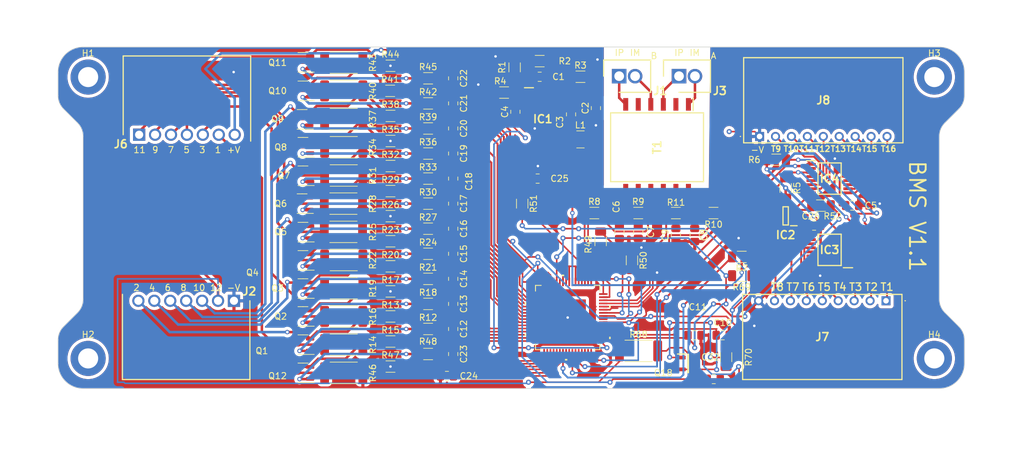
<source format=kicad_pcb>
(kicad_pcb (version 20241229) (generator "pcbnew") (generator_version "9.0")
  (layers (0 "F.Cu" signal) (2 "B.Cu" signal) (13 "F.Paste" user) (15 "B.Paste" user) (5 "F.SilkS" user "F.Silkscreen") (7 "B.SilkS" user "B.Silkscreen") (1 "F.Mask" user) (3 "B.Mask" user) (25 "Edge.Cuts" user))
  (net 0 "")
  (net 1 "/FB")
  (net 2 "+5V")
  (net 3 "Net-(IC1-SW)")
  (net 4 "Net-(IC1-BOOST)")
  (net 5 "Net-(IC1-VIN)")
  (net 6 "-VDC")
  (net 7 "Net-(C6-Pad2)")
  (net 8 "Net-(T1-SEC2_2)")
  (net 9 "Net-(C8-Pad2)")
  (net 10 "Net-(T1-SEC1_2)")
  (net 11 "/VREF2")
  (net 12 "/C2")
  (net 13 "/C1")
  (net 14 "/C3")
  (net 15 "/C4")
  (net 16 "/C5")
  (net 17 "/C6")
  (net 18 "/C7")
  (net 19 "/C8")
  (net 20 "/C9")
  (net 21 "/C10")
  (net 22 "/C11")
  (net 23 "/C12")
  (net 24 "/C0")
  (net 26 "/Enable")
  (net 33 "Net-(IC1-RT)")
  (net 34 "Net-(IC2--IN)")
  (net 35 "Net-(IC2-+IN)")
  (net 37 "/SCL")
  (net 38 "/SDA")
  (net 39 "/T1")
  (net 40 "/T2")
  (net 41 "/T3")
  (net 42 "/T4")
  (net 43 "/T8")
  (net 44 "/T7")
  (net 45 "/T6")
  (net 46 "/T5")
  (net 47 "/T9")
  (net 48 "/T10")
  (net 49 "/T11")
  (net 50 "/T12")
  (net 51 "/T16")
  (net 52 "/T15")
  (net 53 "/T14")
  (net 54 "/T13")
  (net 55 "/S12")
  (net 56 "/S11")
  (net 57 "/S10")
  (net 58 "/S9")
  (net 59 "/S8")
  (net 60 "/S7")
  (net 61 "/S6")
  (net 62 "/S5")
  (net 63 "/S4")
  (net 64 "/S3")
  (net 65 "/S2")
  (net 66 "/S1")
  (net 67 "/Therm_ADC")
  (net 68 "/IMA")
  (net 69 "/IPA")
  (net 70 "/IMB")
  (net 71 "/IPB")
  (net 72 "+BATT")
  (net 73 "/Cell 10")
  (net 74 "/Cell 8")
  (net 75 "/Cell 6")
  (net 76 "/Cell 4")
  (net 77 "/Cell 2")
  (net 78 "/Cell 11")
  (net 79 "/Cell 9")
  (net 80 "/Cell 7")
  (net 81 "/Cell 5")
  (net 82 "/Cell 3")
  (net 83 "/Cell 1")
  (net 84 "Net-(Q1-G)")
  (net 85 "Net-(Q1-D)")
  (net 86 "Net-(Q2-G)")
  (net 87 "Net-(Q2-D)")
  (net 88 "Net-(Q3-G)")
  (net 89 "Net-(Q3-D)")
  (net 90 "Net-(Q4-G)")
  (net 91 "Net-(Q4-D)")
  (net 92 "Net-(Q5-G)")
  (net 93 "Net-(Q5-D)")
  (net 94 "Net-(Q6-G)")
  (net 95 "Net-(Q6-D)")
  (net 96 "Net-(Q7-G)")
  (net 97 "Net-(Q7-D)")
  (net 98 "Net-(Q8-G)")
  (net 99 "Net-(Q8-D)")
  (net 100 "Net-(Q9-G)")
  (net 101 "Net-(Q9-D)")
  (net 102 "Net-(Q10-G)")
  (net 103 "Net-(Q10-D)")
  (net 104 "Net-(Q11-G)")
  (net 105 "Net-(Q11-D)")
  (net 106 "Net-(Q12-G)")
  (net 107 "Net-(Q12-D)")
  (net 108 "Net-(J3-Pin_2)")
  (net 110 "Net-(J3-Pin_1)")
  (net 111 "Net-(J1-Pin_2)")
  (net 113 "Net-(J1-Pin_1)")
  (net 114 "Net-(U1-VREF1)")
  (net 115 "Net-(U1-V+)")
  (net 116 "/C13")
  (net 117 "/Cell 12")
  (net 118 "Net-(Q18-D)")
  (net 119 "Net-(Q18-G)")
  (net 120 "Net-(U1-IBIAS)")
  (net 121 "Net-(U1-ICMP)")
  (net 126 "/S13")
  (footprint "EPSA:RHDR2W97P0X254_1X2_654X508X1379P" (layer "F.Cu") (at 163 68.155)
    (property "Reference" "J3")
    (property "Value" "Conn_01x02_Pin" (hide yes))
  )
  (footprint "Capacitor_SMD:C_0805_2012Metric_Pad1.18x1.45mm_HandSolder" (layer "F.Cu") (at 127 96.5 -90)
    (property "Reference" "C15")
    (property "Value" "10n")
  )
  (footprint "Resistor_SMD:R_1206_3216Metric_Pad1.30x1.75mm_HandSolder" (layer "F.Cu") (at 117 74.5)
    (property "Reference" "R38")
    (property "Value" "100")
  )
  (footprint "Inductor_SMD:L_1210_3225Metric_Pad1.42x2.65mm_HandSolder" (layer "F.Cu") (at 147.288 78.25)
    (property "Reference" "L1")
    (property "Value" "33u")
  )
  (footprint "Resistor_SMD:R_1206_3216Metric_Pad1.30x1.75mm_HandSolder" (layer "F.Cu") (at 117 82.5)
    (property "Reference" "R32")
    (property "Value" "100")
  )
  (footprint "Resistor_SMD:R_1206_3216Metric_Pad1.30x1.75mm_HandSolder" (layer "F.Cu") (at 173 97 180)
    (property "Reference" "R7")
    (property "Value" "100")
  )
  (footprint "Resistor_SMD:R_1206_3216Metric_Pad1.30x1.75mm_HandSolder" (layer "F.Cu") (at 173 100 180)
    (property "Reference" "R69")
    (property "Value" "100")
  )
  (footprint "Resistor_SMD:R_1206_3216Metric_Pad1.30x1.75mm_HandSolder" (layer "F.Cu") (at 123 96.5)
    (property "Reference" "R24")
    (property "Value" "3.3K")
  )
  (footprint "Resistor_SMD:R_1206_3216Metric_Pad1.30x1.75mm_HandSolder" (layer "F.Cu") (at 117 94.5)
    (property "Reference" "R23")
    (property "Value" "100")
  )
  (footprint "Resistor_SMD:R_2512_6332Metric_Pad1.40x3.35mm_HandSolder" (layer "F.Cu") (at 109.55 115.5 180)
    (property "Reference" "R46")
    (property "Value" "25")
  )
  (footprint "EPSA:SOP65P640X120-16N" (layer "F.Cu") (at 187 95.875 180)
    (property "Reference" "IC3")
    (property "Value" "ADG728BRUZ-REEL7" (hide yes))
  )
  (footprint "Resistor_SMD:R_1206_3216Metric_Pad1.30x1.75mm_HandSolder" (layer "F.Cu") (at 170.5 113 90)
    (property "Reference" "R70")
    (property "Value" "3.3K")
  )
  (footprint "Capacitor_SMD:C_0805_2012Metric_Pad1.18x1.45mm_HandSolder" (layer "F.Cu") (at 127 84.5 -90)
    (property "Reference" "C18")
    (property "Value" "10n")
  )
  (footprint "Resistor_SMD:R_1206_3216Metric_Pad1.30x1.75mm_HandSolder" (layer "F.Cu") (at 123 108.5)
    (property "Reference" "R12")
    (property "Value" "3.3K")
  )
  (footprint "EPSA:SOT-23-3" (layer "F.Cu") (at 103.05 65.95 180)
    (property "Reference" "Q11")
    (property "Value" "Q_PMOS_GDS")
  )
  (footprint "Capacitor_SMD:C_0805_2012Metric_Pad1.18x1.45mm_HandSolder" (layer "F.Cu") (at 140.788 68.25)
    (property "Reference" "C1")
    (property "Value" "22p")
  )
  (footprint "Resistor_SMD:R_1206_3216Metric_Pad1.30x1.75mm_HandSolder" (layer "F.Cu") (at 138 88.5 -90)
    (property "Reference" "R51")
    (property "Value" "100")
  )
  (footprint "Capacitor_SMD:C_0805_2012Metric_Pad1.18x1.45mm_HandSolder" (layer "F.Cu") (at 162.5 93.5 90)
    (property "Reference" "C9")
    (property "Value" "10n")
  )
  (footprint "MountingHole:MountingHole_3.2mm_M3_DIN965_Pad" (layer "F.Cu") (at 203.7 113.2)
    (property "Reference" "H4")
    (property "Value" "MountingHole")
  )
  (footprint "Capacitor_SMD:C_0805_2012Metric_Pad1.18x1.45mm_HandSolder" (layer "F.Cu") (at 127 108.5 -90)
    (property "Reference" "C12")
    (property "Value" "10n")
  )
  (footprint "Resistor_SMD:R_1206_3216Metric_Pad1.30x1.75mm_HandSolder" (layer "F.Cu") (at 117 66.5)
    (property "Reference" "R44")
    (property "Value" "100")
  )
  (footprint "Capacitor_SMD:C_0805_2012Metric_Pad1.18x1.45mm_HandSolder" (layer "F.Cu") (at 127 88.5 -90)
    (property "Reference" "C17")
    (property "Value" "10n")
  )
  (footprint "Resistor_SMD:R_1206_3216Metric_Pad1.30x1.75mm_HandSolder" (layer "F.Cu") (at 117 110.5)
    (property "Reference" "R15")
    (property "Value" "100")
  )
  (footprint "Resistor_SMD:R_1206_3216Metric_Pad1.30x1.75mm_HandSolder" (layer "F.Cu") (at 123 92.5)
    (property "Reference" "R27")
    (property "Value" "3.3K")
  )
  (footprint "EPSA:SOT95P280X100-6N" (layer "F.Cu") (at 180 90.45 180)
    (property "Reference" "IC2")
    (property "Value" "LTC6255IS6#TRMPBF" (hide yes))
  )
  (footprint "Capacitor_SMD:C_0805_2012Metric_Pad1.18x1.45mm_HandSolder" (layer "F.Cu") (at 149.75 73.25 90)
    (property "Reference" "C2")
    (property "Value" "22u")
  )
  (footprint "Resistor_SMD:R_1206_3216Metric_Pad1.30x1.75mm_HandSolder" (layer "F.Cu") (at 150.5 94.5 90)
    (property "Reference" "R49")
    (property "Value" "1k")
  )
  (footprint "Capacitor_SMD:C_0805_2012Metric_Pad1.18x1.45mm_HandSolder" (layer "F.Cu") (at 127 112.5 -90)
    (property "Reference" "C23")
    (property "Value" "10n")
  )
  (footprint "Resistor_SMD:R_1206_3216Metric_Pad1.30x1.75mm_HandSolder" (layer "F.Cu") (at 185.633538 88.818599 180)
    (property "Reference" "R52")
    (property "Value" "10k")
  )
  (footprint "Resistor_SMD:R_2512_6332Metric_Pad1.40x3.35mm_HandSolder" (layer "F.Cu") (at 109.55 66 180)
    (property "Reference" "R43")
    (property "Value" "25")
  )
  (footprint "Capacitor_SMD:C_0805_2012Metric_Pad1.18x1.45mm_HandSolder" (layer "F.Cu") (at 140.4625 84.5)
    (property "Reference" "C25")
    (property "Value" "100n")
  )
  (footprint "Resistor_SMD:R_2512_6332Metric_Pad1.40x3.35mm_HandSolder" (layer "F.Cu") (at 109.55 102 180)
    (property "Reference" "R19")
    (property "Value" "25")
  )
  (footprint "Resistor_SMD:R_2512_6332Metric_Pad1.40x3.35mm_HandSolder" (layer "F.Cu") (at 109.55 84 180)
    (property "Reference" "R31")
    (property "Value" "25")
  )
  (footprint "Resistor_SMD:R_1206_3216Metric_Pad1.30x1.75mm_HandSolder" (layer "F.Cu") (at 147.288 68.25)
    (property "Reference" "R3")
    (property "Value" "374k")
  )
  (footprint "EPSA:05-08-1982_ADI" (layer "F.Cu") (at 145.25 106.6769 -90)
    (property "Reference" "U1" (hide yes))
    (property "Value" "ADBMS1818ASWZ")
  )
  (footprint "Capacitor_SMD:C_0805_2012Metric_Pad1.18x1.45mm_HandSolder" (layer "F.Cu") (at 165.4625 109.5 180)
    (property "Reference" "C11")
    (property "Value" "1u")
  )
  (footprint "Capacitor_SMD:C_0805_2012Metric_Pad1.18x1.45mm_HandSolder" (layer "F.Cu") (at 127 104.5 -90)
    (property "Reference" "C13")
    (property "Value" "10n")
  )
  (footprint "Resistor_SMD:R_1206_3216Metric_Pad1.30x1.75mm_HandSolder" (layer "F.Cu") (at 123 88.5)
    (property "Reference" "R30")
    (property "Value" "3.3K")
  )
  (footprint "Resistor_SMD:R_2512_6332Metric_Pad1.40x3.35mm_HandSolder" (layer "F.Cu") (at 109.55 97.5 180)
    (property "Reference" "R22")
    (property "Value" "25")
  )
  (footprint "Resistor_SMD:R_1206_3216Metric_Pad1.30x1.75mm_HandSolder" (layer "F.Cu") (at 162.5 90 180)
    (property "Reference" "R11")
    (property "Value" "51")
  )
  (footprint "Capacitor_SMD:C_0805_2012Metric_Pad1.18x1.45mm_HandSolder" (layer "F.Cu") (at 127 68.5 -90)
    (property "Reference" "C22")
    (property "Value" "10n")
  )
  (footprint "Resistor_SMD:R_1206_3216Metric_Pad1.30x1.75mm_HandSolder" (layer "F.Cu") (at 123 72.5)
    (property "Reference" "R42")
    (property "Value" "3.3K")
  )
  (footprint "Capacitor_SMD:C_0805_2012Metric_Pad1.18x1.45mm_HandSolder" (layer "F.Cu") (at 169.9625 109.5 180)
    (property "Reference" "C10")
    (property "Value" "1u")
  )
  (footprint "Resistor_SMD:R_1206_3216Metric_Pad1.30x1.75mm_HandSolder" (layer "F.Cu") (at 123 112.5)
    (property "Reference" "R48")
    (property "Value" "3.3K")
  )
  (footprint "Capacitor_SMD:C_0805_2012Metric_Pad1.18x1.45mm_HandSolder" (layer "F.Cu") (at 126 116 180)
    (property "Reference" "C24")
    (property "Value" "10n")
  )
  (footprint "Capacitor_SMD:C_0805_2012Metric_Pad1.18x1.45mm_HandSolder" (layer "F.Cu") (at 127 100.5 -90)
    (property "Reference" "C14")
    (property "Value" "10n")
  )
  (footprint "EPSA:SOT-23-3" (layer "F.Cu") (at 102.9125 88.5 180)
    (property "Reference" "Q6")
    (property "Value" "Q_PMOS_GDS")
  )
  (footprint "Resistor_SMD:R_1206_3216Metric_Pad1.30x1.75mm_HandSolder" (layer "F.Cu") (at 168.5 90 180)
    (property "Reference" "R10")
    (property "Value" "51")
  )
  (footprint "MountingHole:MountingHole_3.2mm_M3_DIN965_Pad" (layer "F.Cu") (at 203.7 68.3)
    (property "Reference" "H3")
    (property "Value" "MountingHole")
  )
  (footprint "Resistor_SMD:R_1206_3216Metric_Pad1.30x1.75mm_HandSolder" (layer "F.Cu") (at 117 86.5)
    (property "Reference" "R29")
    (property "Value" "100")
  )
  (footprint "EPSA:SOT-23-3" (layer "F.Cu") (at 102.9125 75.05 180)
    (property "Reference" "Q9")
    (property "Value" "Q_PMOS_GDS")
  )
  (footprint "Resistor_SMD:R_1206_3216Metric_Pad1.30x1.75mm_HandSolder" (layer "F.Cu") (at 117 90.5)
    (property "Reference" "R26")
    (property "Value" "100")
  )
  (footprint "EPSA:SOT-23-3" (layer "F.Cu") (at 103.05 97.55 180)
    (property "Reference" "Q4")
    (property "Value" "Q_PMOS_GDS")
  )
  (footprint "EPSA:SOT-23-3" (layer "F.Cu") (at 103.05 102.05 180)
    (property "Reference" "Q3")
    (property "Value" "Q_PMOS_GDS")
  )
  (footprint "Resistor_SMD:R_2512_6332Metric_Pad1.40x3.35mm_HandSolder" (layer "F.Cu") (at 109.5 88.5 180)
    (property "Reference" "R28")
    (property "Value" "25")
  )
  (footprint "Resistor_SMD:R_1206_3216Metric_Pad1.30x1.75mm_HandSolder" (layer "F.Cu") (at 117 102.5)
    (property "Reference" "R17")
    (property "Value" "100")
  )
  (footprint "Resistor_SMD:R_1206_3216Metric_Pad1.30x1.75mm_HandSolder" (layer "F.Cu") (at 135.112465 70.768955)
    (property "Reference" "R4")
    (property "Value" "470")
  )
  (footprint "EPSA:SOT95P237X112-3N" (layer "F.Cu") (at 164.45 114)
    (property "Reference" "Q18")
    (property "Value" "Q_PMOS_GDS" (hide yes))
  )
  (footprint "EPSA:SOP50P490X110-17N" (layer "F.Cu") (at 141.288 72.25)
    (property "Reference" "IC1")
    (property "Value" "LT3990EMSE#TRPBF" (hide yes))
  )
  (footprint "Capacitor_SMD:C_0805_2012Metric_Pad1.18x1.45mm_HandSolder" (layer "F.Cu") (at 168.5375 116.5 180)
    (property "Reference" "C32")
    (property "Value" "10n")
  )
  (footprint "Resistor_SMD:R_1206_3216Metric_Pad1.30x1.75mm_HandSolder" (layer "F.Cu") (at 149.5 90)
    (property "Reference" "R8")
    (property "Value" "51")
  )
  (footprint "Resistor_SMD:R_1206_3216Metric_Pad1.30x1.75mm_HandSolder" (layer "F.Cu") (at 123 76.5)
    (property "Reference" "R39")
    (property "Value" "3.3K")
  )
  (footprint "MountingHole:MountingHole_3.2mm_M3_DIN965_Pad" (layer "F.Cu") (at 68.8 68.3)
    (property "Reference" "H1")
    (property "Value" "MountingHole")
  )
  (footprint "EPSA:SHDRRA7W77P0X254_1X7_2032X1359X699P" (layer "F.Cu") (at 76.93 77.5)
    (property "Reference" "J6")
    (property "Value" "Conn_01x07_Pin" (hide yes))
  )
  (footprint "EPSA:SOP200P1473X500-12N" (layer "F.Cu") (at 159.5 79.5 -90)
    (property "Reference" "T1")
    (property "Value" "SM91501ALE" (hide yes))
  )
  (footprint "Capacitor_SMD:C_0805_2012Metric_Pad1.18x1.45mm_HandSolder" (layer "F.Cu") (at 127 76.5 -90)
    (property "Reference" "C20")
    (property "Value" "10n")
  )
  (footprint "Capacitor_SMD:C_0805_2012Metric_Pad1.18x1.45mm_HandSolder" (layer "F.Cu") (at 184.5375 92 180)
    (property "Reference" "C26")
    (property "Value" "1u")
  )
  (footprint "Resistor_SMD:R_2512_6332Metric_Pad1.40x3.35mm_HandSolder" (layer "F.Cu") (at 109.5 93 180)
    (property "Reference" "R25")
    (property "Value" "25")
  )
  (footprint "Capacitor_SMD:C_0805_2012Metric_Pad1.18x1.45mm_HandSolder" (layer "F.Cu") (at 156.5 93 90)
    (property "Reference" "C7")
    (property "Value" "10n")
  )
  (footprint "EPSA:RHDR2W97P0X254_1X2_654X508X1379P" (layer "F.Cu") (at 153.46 68.155)
    (property "Reference" "J1")
    (property "Value" "Conn_01x02_Pin" (hide yes))
  )
  (footprint "Capacitor_SMD:C_0805_2012Metric_Pad1.18x1.45mm_HandSolder" (layer "F.Cu") (at 153.5 93.0375 90)
    (property "Reference" "C6")
    (property "Value" "10n")
  )
  (footprint "Resistor_SMD:R_2512_6332Metric_Pad1.40x3.35mm_HandSolder" (layer "F.Cu") (at 109.55 111 180)
    (property "Reference" "R14")
    (property "Value" "25")
  )
  (footprint "Resistor_SMD:R_1206_3216Metric_Pad1.30x1.75mm_HandSolder" (layer "F.Cu") (at 116.95 70.5)
    (property "Reference" "R41")
    (property "Value" "100")
  )
  (footprint "Resistor_SMD:R_1206_3216Metric_Pad1.30x1.75mm_HandSolder" (layer "F.Cu") (at 117 98.5)
    (property "Reference" "R20")
    (property "Value" "100")
  )
  (footprint "Resistor_SMD:R_1206_3216Metric_Pad1.30x1.75mm_HandSolder" (layer "F.Cu") (at 123 80.5)
    (property "Reference" "R36")
    (property "Value" "3.3K")
  )
  (footprint "Resistor_SMD:R_1206_3216Metric_Pad1.30x1.75mm_HandSolder" (layer "F.Cu") (at 123 84.5)
    (property "Reference" "R33")
    (property "Value" "3.3K")
  )
  (footprint "Resistor_SMD:R_1206_3216Metric_Pad1.30x1.75mm_HandSolder" (layer "F.Cu") (at 117 78.5)
    (property "Reference" "R35")
    (property "Value" "100")
  )
  (footprint "Resistor_SMD:R_2512_6332Metric_Pad1.40x3.35mm_HandSolder" (layer "F.Cu") (at 109.55 75 180)
    (property "Reference" "R37")
    (property "Value" "25")
  )
  (footprint "Resistor_SMD:R_2512_6332Metric_Pad1.40x3.35mm_HandSolder" (layer "F.Cu") (at 109.55 106.5 180)
    (property "Reference" "R16")
    (property "Value" "25")
  )
  (footprint "Resistor_SMD:R_1206_3216Metric_Pad1.30x1.75mm_HandSolder" (layer "F.Cu") (at 117 106.5)
    (property "Reference" "R13")
    (property "Value" "100")
  )
  (footprint "Resistor_SMD:R_1206_3216Metric_Pad1.30x1.75mm_HandSolder" (layer "F.Cu") (at 123 68.5)
    (property "Reference" "R45")
    (property "Value" "3.3K")
  )
  (footprint "EPSA:SOT-23-3" (layer "F.Cu") (at 103.05 106.5 180)
    (property "Reference" "Q2")
    (property "Value" "Q_PMOS_GDS")
  )
  (footprint "EPSA:SOT-23-3" (layer "F.Cu") (at 103.05 115.5 180)
    (property "Reference" "Q12")
    (property "Value" "Q_PMOS_GDS")
  )
  (footprint "Resistor_SMD:R_1206_3216Metric_Pad1.30x1.75mm_HandSolder" (layer "F.Cu") (at 155.5 97.55 -90)
    (property "Reference" "R50")
    (property "Value" "1k")
  )
  (footprint "5-1049359:51049359" (layer "F.Cu") (at 175.84 77.775 180)
    (property "Reference" "J8")
    (property "Value" "Conn_01x09_Pin" (hide yes))
  )
  (footprint "Resistor_SMD:R_1206_3216Metric_Pad1.30x1.75mm_HandSolder" (layer "F.Cu") (at 136.788 66.75 -90)
    (property "Reference" "R1")
    (property "Value" "316k")
  )
  (footprint "Resistor_SMD:R_2512_6332Metric_Pad1.40x3.35mm_HandSolder" (layer "F.Cu") (at 109.55 70.5 180)
    (property "Reference" "R40")
    (property "Value" "25")
  )
  (footprint "Resistor_SMD:R_1206_3216Metric_Pad1.30x1.75mm_HandSolder" (layer "F.Cu") (at 123 100.5)
    (property "Reference" "R21")
    (property "Value" "3.3K")
  )
  (footprint "Resistor_SMD:R_1206_3216Metric_Pad1.30x1.75mm_HandSolder" (layer "F.Cu") (at 123 104.5)
    (property "Reference" "R18")
    (property "Value" "3.3K")
  )
  (footprint "Capacitor_SMD:C_0805_2012Metric_Pad1.18x1.45mm_HandSolder" (layer "F.Cu") (at 127 72.5 -90)
    (property "Reference" "C21")
    (property "Value" "10n")
  )
  (footprint "EPSA:SOT-23-3" (layer "F.Cu") (at 103.05 93.05 180)
    (property "Reference" "Q5")
    (property "Value" "Q_PMOS_GDS")
  )
  (footprint "Capacitor_SMD:C_0805_2012Metric_Pad1.18x1.45mm_HandSolder" (layer "F.Cu") (at 190.6 88.8)
    (property "Reference" "C5")
    (property "Value" "1u")
  )
  (footprint "EPSA:SHDRRA7W77P0X254_1X7_2032X1359X699P" (layer "F.Cu") (at 92.05 104 180)
    (property "Reference" "J2")
    (property "Value" "Conn_01x07_Pin" (hide yes))
  )
  (footprint "Resistor_SMD:R_2512_6332Metric_Pad1.40x3.35mm_HandSolder" (layer "F.Cu") (at 109.55 79.5 180)
    (property "Reference" "R34")
    (property "Value" "25")
  )
  (footprint "EPSA:SOT-23-3" (layer "F.Cu") (at 103.05 84.05 180)
    (property "Reference" "Q7")
    (property "Value" "Q_PMOS_GDS")
  )
  (footprint "Capacitor_SMD:C_0805_2012Metric_Pad1.18x1.45mm_HandSolder" (layer "F.Cu") (at 165.5 93.5 90)
    (property "Reference" "C8")
    (property "Value" "10n")
  )
  (footprint "Resistor_SMD:R_1206_3216Metric_Pad1.30x1.75mm_HandSolder" (layer "F.Cu") (at 178.5 81.5)
    (property "Reference" "R6")
    (property "Value" "4.7k")
  )
  (footprint "MountingHole:MountingHole_3.2mm_M3_DIN965_Pad" (layer "F.Cu") (at 68.8 113.2)
    (property "Reference" "H2")
    (property "Value" "MountingHole")
  )
  (footprint "EPSA:SOT-23-3" (layer "F.Cu") (at 103.05 70.5 180)
    (property "Reference" "Q10")
    (property "Value" "Q_PMOS_GDS")
  )
  (footprint "EPSA:SOT-23-3" (layer "F.Cu") (at 103.05 111 180)
    (property "Reference" "Q1")
    (property "Value" "Q_PMOS_GDS")
  )
  (footprint "EPSA:SOP65P640X120-16N" (layer "F.Cu") (at 187 84.5)
    (property "Reference" "IC4")
    (property "Value" "ADG728BRUZ-REEL7" (hide yes))
  )
  (footprint "Capacitor_SMD:C_0805_2012Metric_Pad1.18x1.45mm_HandSolder" (layer "F.Cu") (at 136.911722 73.839704 90)
    (property "Reference" "C4")
    (property "Value" "2.2u")
  )
  (footprint "Resistor_SMD:R_1206_3216Metric_Pad1.30x1.75mm_HandSolder" (layer "F.Cu") (at 117 114.5)
    (property "Reference" "R47")
    (property "Value" "100")
  )
  (footprint "Capacitor_SMD:C_0805_2012Metric_Pad1.18x1.45mm_HandSolder" (layer "F.Cu") (at 127 92.5 -90)
    (property "Reference" "C16")
    (property "Value" "10n")
  )
  (footprint "5-1049359:51049359" (layer "F.Cu") (at 196 104)
    (property "Reference" "J7")
    (property "Value" "Conn_01x09_Pin" (hide yes))
  )
  (footprint "Capacitor_SMD:C_0805_2012Metric_Pad1.18x1.45mm_HandSolder" (layer "F.Cu") (at 127 80.5 -90)
    (property "Reference" "C19")
    (property "Value" "10n")
  )
  (footprint "EPSA:SOT-23-3" (layer "F.Cu") (at 103.05 79.5 180)
    (property "Reference" "Q8")
    (property "Value" "Q_PMOS_GDS")
  )
  (footprint "Capacitor_SMD:C_0805_2012Metric_Pad1.18x1.45mm_HandSolder" (layer "F.Cu") (at 145.788 74.25 90)
    (property "Reference" "C3")
    (property "Value" "0.22u")
  )
  (footprint "Resistor_SMD:R_1206_3216Metric_Pad1.30x1.75mm_HandSolder" (layer "F.Cu") (at 140.788 65.75 180)
    (property "Reference" "R2")
    (property "Value" "1M")
  )
  (footprint "Resistor_SMD:R_1206_3216Metric_Pad1.30x1.75mm_HandSolder" (layer "F.Cu") (at 180 86 -90)
    (property "Reference" "R5")
    (property "Value" "4.7k")
  )
  (footprint "Resistor_SMD:R_1206_3216Metric_Pad1.30x1.75mm_HandSolder" (layer "F.Cu") (at 156.5 90)
    (property "Reference" "R9")
    (property "Value" "51")
  )
  (footprint "Resistor_SMD:R_2512_6332Metric_Pad1.40x3.35mm_HandSolder" (layer "F.Cu") (at 156.55 112)
    (property "Reference" "R68")
    (property "Value" "25")
  )
  (gr_line (start 207.62132 73.37868) (end 205.378679 75.621321) (stroke (width 0.1)) (layer "Edge.Cuts"))
  (gr_line (start 208.5 67.5) (end 208.5 71.257359) (stroke (width 0.1)) (layer "Edge.Cuts"))
  (gr_arc (start 205.378679 105.878679) (mid 204.728361 104.905409) (end 204.5 103.757359) (stroke (width 0.1)) (layer "Edge.Cuts"))
  (gr_line (start 68 103.757359) (end 68 77.742641) (stroke (width 0.1)) (layer "Edge.Cuts"))
  (gr_line (start 204.5 118) (end 68 118) (stroke (width 0.1)) (layer "Edge.Cuts"))
  (gr_line (start 64.87868 73.37868) (end 67.121321 75.621321) (stroke (width 0.1)) (layer "Edge.Cuts"))
  (gr_line (start 68 63.5) (end 204.5 63.5) (stroke (width 0.1)) (layer "Edge.Cuts"))
  (gr_arc (start 68 103.757359) (mid 67.771652 104.905418) (end 67.121321 105.878679) (stroke (width 0.1)) (layer "Edge.Cuts"))
  (gr_arc (start 208.5 71.257359) (mid 208.271652 72.405418) (end 207.62132 73.37868) (stroke (width 0.1)) (layer "Edge.Cuts"))
  (gr_line (start 64 114) (end 64 110.242641) (stroke (width 0.1)) (layer "Edge.Cuts"))
  (gr_arc (start 64.87868 73.37868) (mid 64.228361 72.40541) (end 64 71.257359) (stroke (width 0.1)) (layer "Edge.Cuts"))
  (gr_arc (start 204.5 63.5) (mid 207.328427 64.671573) (end 208.5 67.5) (stroke (width 0.1)) (layer "Edge.Cuts"))
  (gr_arc (start 204.5 77.742641) (mid 204.728348 76.594582) (end 205.378679 75.621321) (stroke (width 0.1)) (layer "Edge.Cuts"))
  (gr_arc (start 67.121321 75.621321) (mid 67.771639 76.594591) (end 68 77.742641) (stroke (width 0.1)) (layer "Edge.Cuts"))
  (gr_line (start 208.5 110.242641) (end 208.5 114) (stroke (width 0.1)) (layer "Edge.Cuts"))
  (gr_arc (start 68 118) (mid 65.171573 116.828427) (end 64 114) (stroke (width 0.1)) (layer "Edge.Cuts"))
  (gr_arc (start 207.62132 108.12132) (mid 208.271639 109.09459) (end 208.5 110.242641) (stroke (width 0.1)) (layer "Edge.Cuts"))
  (gr_arc (start 208.5 114) (mid 207.328427 116.828427) (end 204.5 118) (stroke (width 0.1)) (layer "Edge.Cuts"))
  (gr_line (start 204.5 103.757359) (end 204.5 77.742641) (stroke (width 0.1)) (layer "Edge.Cuts"))
  (gr_line (start 64.87868 108.12132) (end 67.121321 105.878679) (stroke (width 0.1)) (layer "Edge.Cuts"))
  (gr_line (start 64 67.5) (end 64 71.257359) (stroke (width 0.1)) (layer "Edge.Cuts"))
  (gr_arc (start 64 110.242641) (mid 64.228348 109.094582) (end 64.87868 108.12132) (stroke (width 0.1)) (layer "Edge.Cuts"))
  (gr_line (start 207.62132 108.12132) (end 205.378679 105.878679) (stroke (width 0.1)) (layer "Edge.Cuts"))
  (gr_arc (start 64 67.5) (mid 65.171573 64.671573) (end 68 63.5) (stroke (width 0.1)) (layer "Edge.Cuts"))
  (gr_text "T4" (at 187.5 102.5 0) (layer "F.SilkS") (effects (font (size 1.2 1.2) (thickness 0.2) (bold yes)) (justify left bottom)))
  (gr_text "IM" (at 165.5 65 0) (layer "F.SilkS") (effects (font (size 1 1)) (justify bottom)))
  (gr_text "T3" (at 190 102.5 0) (layer "F.SilkS") (effects (font (size 1.2 1.2) (thickness 0.2) (bold yes)) (justify left bottom)))
  (gr_text "T13" (at 187.063923 80.285286 0) (layer "F.SilkS") (effects (font (size 0.9 0.9) (thickness 0.2) (bold yes)) (justify left bottom)))
  (gr_text "10\n" (at 86.5 102.5 0) (layer "F.SilkS") (effects (font (size 1 1)) (justify bottom)))
  (gr_text "T2" (at 192.5 102.5 0) (layer "F.SilkS") (effects (font (size 1.2 1.2) (thickness 0.2) (bold yes)) (justify left bottom)))
  (gr_text "4" (at 79 102.5 0) (layer "F.SilkS") (effects (font (size 1 1)) (justify bottom)))
  (gr_text "1" (at 89.5 80.5 0) (layer "F.SilkS") (effects (font (size 1 1)) (justify bottom)))
  (gr_text "6" (at 81.5 102.5 0) (layer "F.SilkS") (effects (font (size 1 1)) (justify bottom)))
  (gr_text "T1" (at 195 102.5 0) (layer "F.SilkS") (effects (font (size 1.2 1.2) (thickness 0.2) (bold yes)) (justify left bottom)))
  (gr_text "7" (at 82 80.5 0) (layer "F.SilkS") (effects (font (size 1 1)) (justify bottom)))
  (gr_text "T11" (at 182.063923 80.285286 0) (layer "F.SilkS") (effects (font (size 0.9 0.9) (thickness 0.2) (bold yes)) (justify left bottom)))
  (gr_text "T10" (at 179.563923 80.285286 0) (layer "F.SilkS") (effects (font (size 0.9 0.9) (thickness 0.2) (bold yes)) (justify left bottom)))
  (gr_text "IP" (at 163 65 0) (layer "F.SilkS") (effects (font (size 1 1)) (justify bottom)))
  (gr_text "T9" (at 177.563923 80.285286 0) (layer "F.SilkS") (effects (font (size 0.9 0.9) (thickness 0.2) (bold yes)) (justify left bottom)))
  (gr_text "5" (at 84.5 80.5 0) (layer "F.SilkS") (effects (font (size 1 1)) (justify bottom)))
  (gr_text "3\n" (at 87 80.5 0) (layer "F.SilkS") (effects (font (size 1 1)) (justify bottom)))
  (gr_text "BMS V1.1" (at 199.5 90.5 270) (layer "F.SilkS") (effects (font (size 2.5 2.5) (thickness 0.3)) (justify bottom)))
  (gr_text "-V\n" (at 175.5 80.5 0) (layer "F.SilkS") (effects (font (size 1 1)) (justify bottom)))
  (gr_text "T16" (at 195.063923 80.285286 0) (layer "F.SilkS") (effects (font (size 0.9 0.9) (thickness 0.2) (bold yes)) (justify left bottom)))
  (gr_text "12" (at 89.2 102.5 0) (layer "F.SilkS") (effects (font (size 1 1)) (justify bottom)))
  (gr_text "B" (at 159 65.5 0) (layer "F.SilkS") (effects (font (size 1 1)) (justify bottom)))
  (gr_text "-V\n" (at 92 102.5 0) (layer "F.SilkS") (effects (font (size 1 1)) (justify bottom)))
  (gr_text "T7" (at 180 102.5 0) (layer "F.SilkS") (effects (font (size 1.2 1.2) (thickness 0.2) (bold yes)) (justify left bottom)))
  (gr_text "11" (at 77 80.5 0) (layer "F.SilkS") (effects (font (size 1 1)) (justify bottom)))
  (gr_text "T8" (at 177.5 102.5 0) (layer "F.SilkS") (effects (font (size 1.2 1.2) (thickness 0.2) (bold yes)) (justify left bottom)))
  (gr_text "T12" (at 184.563923 80.285286 0) (layer "F.SilkS") (effects (font (size 0.9 0.9) (thickness 0.2) (bold yes)) (justify left bottom)))
  (gr_text "T15" (at 192.063923 80.285286 0) (layer "F.SilkS") (effects (font (size 0.9 0.9) (thickness 0.2) (bold yes)) (justify left bottom)))
  (gr_text "8" (at 84 102.5 0) (layer "F.SilkS") (effects (font (size 1 1)) (justify bottom)))
  (gr_text "IM" (at 156 65 0) (layer "F.SilkS") (effects (font (size 1 1)) (justify bottom)))
  (gr_text "9" (at 79.5 80.5 0) (layer "F.SilkS") (effects (font (size 1 1)) (justify bottom)))
  (gr_text "IP" (at 153.5 65 0) (layer "F.SilkS") (effects (font (size 1 1)) (justify bottom)))
  (gr_text "T14" (at 189.563923 80.285286 0) (layer "F.SilkS") (effects (font (size 0.9 0.9) (thickness 0.2) (bold yes)) (justify left bottom)))
  (gr_text "+V" (at 92 80.5 0) (layer "F.SilkS") (effects (font (size 1 1)) (justify bottom)))
  (gr_text "2" (at 76.5 102.5 0) (layer "F.SilkS") (effects (font (size 1 1)) (justify bottom)))
  (gr_text "T5" (at 185 102.5 0) (layer "F.SilkS") (effects (font (size 1.2 1.2) (thickness 0.2) (bold yes)) (justify left bottom)))
  (gr_text "A" (at 168.5 65.5 0) (layer "F.SilkS") (effects (font (size 1 1)) (justify bottom)))
  (gr_text "T6" (at 182.5 102.5 0) (layer "F.SilkS") (effects (font (size 1.2 1.2) (thickness 0.2) (bold yes)) (justify left bottom)))
  (segment (start 136.788 65.2) (end 138.688 65.2) (width 0.3) (layer "F.Cu") (net 1))
  (segment (start 138.688 65.2) (end 139.238 65.75) (width 0.3) (layer "F.Cu") (net 1))
  (segment (start 139.7505 68.25) (end 139.2505 68.75) (width 0.3) (layer "F.Cu") (net 1))
  (segment (start 139.7505 68.25) (end 139.076 68.9245) (width 0.3) (layer "F.Cu") (net 1))
  (segment (start 139.238 67.7375) (end 139.7505 68.25) (width 0.3) (layer "F.Cu") (net 1))
  (segment (start 139.238 65.75) (end 139.238 67.7375) (width 0.3) (layer "F.Cu") (net 1))
  (segment (start 139.076 68.9245) (end 139.076 71) (width 0.3) (layer "F.Cu") (net 1))
  (segment (start 148.7755 78.25) (end 148.288 77.7625) (width 0.3) (layer "F.Cu") (net 2))
  (segment (start 190.9 90.1) (end 190.469024 90.530976) (width 0.3) (layer "F.Cu") (net 2))
  (segment (start 142.338 65.75) (end 142.338 67.7375) (width 0.3) (layer "F.Cu") (net 2))
  (segment (start 190.4625 90) (end 190.4625 90.524452) (width 0.3) (layer "F.Cu") (net 2))
  (segment (start 148.288 73) (end 147.288 72) (width 0.3) (layer "F.Cu") (net 2))
  (segment (start 179.05 87.55) (end 177.775 88.825) (width 0.4) (layer "F.Cu") (net 2))
  (segment (start 191.4625 97.5) (end 192.4625 96.5) (width 0.3) (layer "F.Cu") (net 2))
  (segment (start 189.5625 88.8) (end 189.5625 89.1) (width 0.3) (layer "F.Cu") (net 2))
  (segment (start 146 90) (end 146 81.0255) (width 0.3) (layer "F.Cu") (net 2))
  (segment (start 147.288 71) (end 148.288 72) (width 0.3) (layer "F.Cu") (net 2))
  (segment (start 142.338 65.75) (end 145.788 65.75) (width 0.3) (layer "F.Cu") (net 2))
  (segment (start 177 83) (end 177 81.55) (width 0.4) (layer "F.Cu") (net 2))
  (segment (start 190.469024 90.530976) (end 190.569024 90.630976) (width 0.3) (layer "F.Cu") (net 2))
  (segment (start 154.926901 107.426901) (end 155 107.5) (width 0.25) (layer "F.Cu") (net 2))
  (segment (start 155.073099 107.426901) (end 154.5 107.426901) (width 0.25) (layer "F.Cu") (net 2))
  (segment (start 190.9505 82.225) (end 189.938 82.225) (width 0.3) (layer "F.Cu") (net 2))
  (segment (start 142.338 67.7375) (end 141.8255 68.25) (width 0.3) (layer "F.Cu") (net 2))
  (segment (start 185.575 95.8245) (end 185.575 92) (width 0.4) (layer "F.Cu") (net 2))
  (segment (start 180 87.55) (end 179.05 87.55) (width 0.4) (layer "F.Cu") (net 2))
  (segment (start 156.7 105.8) (end 155.073099 107.426901) (width 0.25) (layer "F.Cu") (net 2))
  (segment (start 148.288 72) (end 149.5375 72) (width 0.3) (layer "F.Cu") (net 2))
  (segment (start 188.7 88.8) (end 189.5625 88.8) (width 0.3) (layer "F.Cu") (net 2))
  (segment (start 177.775 91.4) (end 178.7 91.4) (width 0.4) (layer "F.Cu") (net 2))
  (segment (start 194.4 90.1) (end 190.9 90.1) (width 0.3) (layer "F.Cu") (net 2))
  (segment (start 189.938 84.175) (end 188.9005 84.175) (width 0.3) (layer "F.Cu") (net 2))
  (segment (start 188.6 88.7) (end 188.7 88.8) (width 0.3) (layer "F.Cu") (net 2))
  (segment (start 184.062 96.2) (end 185.1995 96.2) (width 0.4) (layer "F.Cu") (net 2))
  (segment (start 191.5 82.7745) (end 190.9505 82.225) (width 0.3) (layer "F.Cu") (net 2))
  (segment (start 149.5375 72) (end 149.75 72.2125) (width 0.3) (layer "F.Cu") (net 2))
  (segment (start 188.9005 84.175) (end 188.6 84.4755) (width 0.3) (layer "F.Cu") (net 2))
  (segment (start 185.575 92) (end 185.575 91.575) (width 0.4) (layer "F.Cu") (net 2))
  (segment (start 182.6995 82.5) (end 183.0745 82.875) (width 0.4) (layer "F.Cu") (net 2))
  (segment (start 177.775 91.275) (end 177.9 91.4) (width 0.4) (layer "F.Cu") (net 2))
  (segment (start 183.0745 82.875) (end 184.062 82.875) (width 0.4) (layer "F.Cu") (net 2))
  (segment (start 147.288 67.25) (end 147.288 71) (width 0.3) (layer "F.Cu") (net 2))
  (segment (start 189.938 97.5) (end 191.4625 97.5) (width 0.3) (layer "F.Cu") (net 2))
  (segment (start 191.5 83.5) (end 191.5 82.7745) (width 0.3) (layer "F.Cu") (net 2))
  (segment (start 189.5625 89.1) (end 190.4625 90) (width 0.3) (layer "F.Cu") (net 2))
  (segment (start 181.5 82.5) (end 182.6995 82.5) (width 0.4) (layer "F.Cu") (net 2))
  (segment (start 150.9269 107.426901) (end 154.5 107.426901) (width 0.25) (layer "F.Cu") (net 2))
  (segment (start 148.288 77.7625) (end 148.288 73) (width 0.3) (layer "F.Cu") (net 2))
  (segment (start 190.569024 90.630976) (end 192.4625 92.524451) (width 0.3) (layer "F.Cu") (net 2))
  (segment (start 190.4625 90.524452) (end 190.469024 90.530976) (width 0.3) (layer "F.Cu") (net 2))
  (segment (start 188.6 84.4755) (end 188.6 88.7) (width 0.3) (layer "F.Cu") (net 2))
  (segment (start 189.938 84.175) (end 190.825 84.175) (width 0.3) (layer "F.Cu") (net 2))
  (segment (start 173 96.175) (end 177.775 91.4) (width 0.4) (layer "F.Cu") (net 2))
  (segment (start 194.5 90) (end 194.4 90.1) (width 0.3) (layer "F.Cu") (net 2))
  (segment (start 177.9 91.4) (end 178.7 91.4) (width 0.4) (layer "F.Cu") (net 2))
  (segment (start 145.788 65.75) (end 147.288 67.25) (width 0.3) (layer "F.Cu") (net 2))
  (segment (start 146 81.0255) (end 148.7755 78.25) (width 0.3) (layer "F.Cu") (net 2))
  (segment (start 190.825 84.175) (end 191.5 83.5) (width 0.3) (layer "F.Cu") (net 2))
  (segment (start 151 113.5) (end 150.1462 113.5) (width 0.25) (layer "F.Cu") (net 2))
  (segment (start 177 81.55) (end 176.95 81.5) (width 0.4) (layer "F.Cu") (net 2))
  (segment (start 173 96.175) (end 173 99.5) (width 0.4) (layer "F.Cu") (net 2))
  (segment (start 154.5 107.426901) (end 154.926901 107.426901) (width 0.25) (layer "F.Cu") (net 2))
  (segment (start 150.1462 113.5) (end 149 112.3538) (width 0.25) (layer "F.Cu") (net 2))
  (segment (start 192.4625 92.524451) (end 192.4625 96.5) (width 0.3) (layer "F.Cu") (net 2))
  (segment (start 177.775 88.825) (end 177.775 91.275) (width 0.4) (layer "F.Cu") (net 2))
  (segment (start 143.5 72) (end 148.288 72) (width 0.3) (layer "F.Cu") (net 2))
  (segment (start 185.575 91.575) (end 184.5 90.5) (width 0.4) (layer "F.Cu") (net 2))
  (segment (start 180 87.55) (end 180 86) (width 0.4) (layer "F.Cu") (net 2))
  (segment (start 185.1995 96.2) (end 185.575 95.8245) (width 0.4) (layer "F.Cu") (net 2))
  (via (at 194.5 90) (size 0.8) (drill 0.4) (layers "F.Cu" "B.Cu") (net 2))
  (via (at 146 90) (size 0.7) (drill 0.4) (layers "F.Cu" "B.Cu") (net 2))
  (via (at 156.7 105.8) (size 0.8) (drill 0.4) (layers "F.Cu" "B.Cu") (net 2))
  (via (at 177 83) (size 0.7) (drill 0.4) (layers "F.Cu" "B.Cu") (net 2))
  (via (at 151 113.5) (size 0.8) (drill 0.4) (layers "F.Cu" "B.Cu") (net 2))
  (via (at 184.5 90.5) (size 0.7) (drill 0.4) (layers "F.Cu" "B.Cu") (net 2))
  (via (at 155 107.5) (size 0.8) (drill 0.4) (layers "F.Cu" "B.Cu") (net 2))
  (via (at 180 86) (size 0.8) (drill 0.4) (layers "F.Cu" "B.Cu") (net 2))
  (via (at 181.5 82.5) (size 0.7) (drill 0.4) (layers "F.Cu" "B.Cu") (net 2))
  (via (at 173 99.5) (size 0.7) (drill 0.4) (layers "F.Cu" "B.Cu") (net 2))
  (segment (start 194 90) (end 184.5 80.5) (width 0.4) (layer "B.Cu") (net 2))
  (segment (start 173 100) (end 171.5 101.5) (width 0.3) (layer "B.Cu") (net 2))
  (segment (start 181.4255 80.5) (end 179.46275 82.46275) (width 0.4) (layer "B.Cu") (net 2))
  (segment (start 156.7 105.8) (end 157 105.5) (width 0.25) (layer "B.Cu") (net 2))
  (segment (start 179 82.9255) (end 177.0745 82.9255) (width 0.4) (layer "B.Cu") (net 2))
  (segment (start 157 101.5) (end 171.5 101.5) (width 0.3) (layer "B.Cu") (net 2))
  (segment (start 156.5 107.5) (end 155 107.5) (width 0.25) (layer "B.Cu") (net 2))
  (segment (start 146 101.5) (end 157 101.5) (width 0.3) (layer "B.Cu") (net 2))
  (segment (start 179.46275 82.46275) (end 179 82.9255) (width 0.4) (layer "B.Cu") (net 2))
  (segment (start 194.5 90) (end 194 90) (width 0.4) (layer "B.Cu") (net 2))
  (segment (start 157 105.5) (end 157 101.5) (width 0.25) (layer "B.Cu") (net 2))
  (segment (start 177.0745 82.9255) (end 177 83) (width 0.4) (layer "B.Cu") (net 2))
  (segment (start 184.5 90.5) (end 177 83) (width 0.4) (layer "B.Cu") (net 2))
  (segment (start 184.5 80.5) (end 181.4255 80.5) (width 0.4) (layer "B.Cu") (net 2))
  (segment (start 151 113.5) (end 156.5 113.5) (width 0.25) (layer "B.Cu") (net 2))
  (segment (start 179.46275 82.46275) (end 179.5 82.5) (width 0.4) (layer "B.Cu") (net 2))
  (segment (start 146 90) (end 146 101.5) (width 0.3) (layer "B.Cu") (net 2))
  (segment (start 179.5 82.5) (end 181.5 82.5) (width 0.4) (layer "B.Cu") (net 2))
  (segment (start 173 99.5) (end 173 100) (width 0.3) (layer "B.Cu") (net 2))
  (segment (start 156.5 113.5) (end 156.5 107.5) (width 0.25) (layer "B.Cu") (net 2))
  (segment (start 144.5005 74) (end 145.788 75.2875) (width 0.3) (layer "F.Cu") (net 3))
  (segment (start 143.5 74) (end 144.5005 74) (width 0.3) (layer "F.Cu") (net 3))
  (segment (start 145.788 78.2375) (end 145.8005 78.25) (width 0.3) (layer "F.Cu") (net 3))
  (segment (start 145.788 75.2875) (end 145.788 78.2375) (width 0.3) (layer "F.Cu") (net 3))
  (segment (start 143.5 73) (end 145.5755 73) (width 0.3) (layer "F.Cu") (net 4))
  (segment (start 145.5755 73) (end 145.788 73.2125) (width 0.3) (layer "F.Cu") (net 4))
  (segment (start 136.662465 70.768955) (end 136.662465 72.552947) (width 0.3) (layer "F.Cu") (net 5))
  (segment (start 136.662465 72.552947) (end 136.911722 72.802204) (width 0.3) (layer "F.Cu") (net 5))
  (segment (start 137.0005 73) (end 139.076 73) (width 0.3) (layer "F.Cu") (net 5))
  (segment (start 153.5 94.075) (end 156.4625 94.075) (width 0.25) (layer "F.Cu") (net 6))
  (segment (start 150.9269 104.926901) (end 152.5 104.926901) (width 0.25) (layer "F.Cu") (net 6))
  (segment (start 155.362652 108.662652) (end 155.362652 108.662653) (width 0.25) (layer "F.Cu") (net 6))
  (segment (start 189.938 82.875) (end 189.938 83.525) (width 0.4) (layer "F.Cu") (net 6))
  (segment (start 150 65.5) (end 150 67.088) (width 0.4) (layer "F.Cu") (net 6))
  (segment (start 157.775 106.250305) (end 157.775 104.775) (width 0.25) (layer "F.Cu") (net 6))
  (segment (start 155.362652 108.662653) (end 155.098404 108.926901) (width 0.25) (layer "F.Cu") (net 6))
  (segment (start 150.9269 105.4269) (end 152.000001 105.4269) (width 0.25) (layer "F.Cu") (net 6))
  (segment (start 191.9375 88.5) (end 195 88.5) (width 0.3) (layer "F.Cu") (net 6))
  (segment (start 149.75 74.2875) (end 149.75 76) (width 0.4) (layer "F.Cu") (net 6))
  (segment (start 191.6375 88.8) (end 191.9375 88.5) (width 0.3) (layer "F.Cu") (net 6))
  (segment (start 115.45 114.5) (end 113.6 114.5) (width 0.4) (layer "F.Cu") (net 6))
  (segment (start 156.547794 104.926901) (end 157.237347 104.237347) (width 0.25) (layer "F.Cu") (net 6))
  (segment (start 187.844425 81.918925) (end 187.844425 81.312811) (width 0.4) (layer "F.Cu") (net 6))
  (segment (start 181.95 90.45) (end 183.5 92) (width 0.4) (layer "F.Cu") (net 6))
  (segment (start 156.4625 94.075) (end 156.5 94.0375) (width 0.25) (layer "F.Cu") (net 6))
  (segment (start 175 104.68) (end 175 108) (width 0.25) (layer "F.Cu") (net 6))
  (segment (start 181.3 90.45) (end 181.95 90.45) (width 0.4) (layer "F.Cu") (net 6))
  (segment (start 152.5 104.926901) (end 156.547794 104.926901) (width 0.25) (layer "F.Cu") (net 6))
  (segment (start 189.938 82.875) (end 188.8005 82.875) (width 0.4) (layer "F.Cu") (net 6))
  (segment (start 155.362652 108.662652) (end 155.362653 108.662652) (width 0.25) (layer "F.Cu") (net 6))
  (segment (start 157.775 104.775) (end 157.237347 104.237347) (width 0.25) (layer "F.Cu") (net 6))
  (segment (start 136.911722 74.877204) (end 138.377204 74.877204) (width 0.3) (layer "F.Cu") (net 6))
  (segment (start 155.362653 108.662652) (end 157.775 106.250305) (width 0.25) (layer "F.Cu") (net 6))
  (segment (start 152.000001 105.4269) (end 152.5 104.926901) (width 0.25) (layer "F.Cu") (net 6))
  (segment (start 184.062 96.85) (end 184.062 98.15) (width 0.4) (layer "F.Cu") (net 6))
  (segment (start 113.6 114.5) (end 112.6 115.5) (width 0.4) (layer "F.Cu") (net 6))
  (segment (start 150 67.088) (end 148.838 68.25) (width 0.4) (layer "F.Cu") (net 6))
  (segment (start 157.237347 104.237347) (end 159.5 101.974695) (width 0.25) (layer "F.Cu") (net 6))
  (segment (start 155.098404 108.926901) (end 150.9269 108.926901) (width 0.25) (layer "F.Cu") (net 6))
  (segment (start 138.377204 74.877204) (end 140 76.5) (width 0.3) (layer "F.Cu") (net 6))
  (segment (start 139.076 75.576) (end 140 76.5) (width 0.3) (layer "F.Cu") (net 6))
  (segment (start 159.5 101.974695) (end 159.5 99.5) (width 0.25) (layer "F.Cu") (net 6))
  (segment (start 184.062 98.15) (end 184.062 98.562) (width 0.4) (layer "F.Cu") (net 6))
  (segment (start 175.68 104) (end 175 104.68) (width 0.25) (layer "F.Cu") (net 6))
  (segment (start 139.076 74) (end 139.076 75.576) (width 0.3) (layer "F.Cu") (net 6))
  (segment (start 184.062 98.562) (end 185.5 100) (width 0.4) (layer "F.Cu") (net 6))
  (segment (start 188.8005 82.875) (end 187.844425 81.918925) (width 0.4) (layer "F.Cu") (net 6))
  (via (at 172.5 94) (size 0.7) (drill 0.4) (layers "F.Cu" "B.Cu") (net 6))
  (via (at 117 78.5) (size 0.7) (drill 0.4) (layers "F.Cu" "B.Cu") (net 6))
  (via (at 140.5 82.5) (size 0.7) (drill 0.4) (layers "F.Cu" "B.Cu") (net 6))
  (via (at 159.5 99.5) (size 0.7) (drill 0.4) (layers "F.Cu" "B.Cu") (net 6))
  (via (at 117 90.5) (size 0.7) (drill 0.4) (layers "F.Cu" "B.Cu") (net 6))
  (via (at 140 76.5) (size 0.7) (drill 0.4) (layers "F.Cu" "B.Cu") (net 6))
  (via (at 92 67.5) (size 0.7) (drill 0.4) (layers "F.Cu" "B.Cu") (net 6))
  (via (at 133.75 65) (size 0.7) (drill 0.4) (layers "F.Cu" "B.Cu") (net 6))
  (via (at 150 65.5) (size 0.8) (drill 0.4) (layers "F.Cu" "B.Cu") (net 6))
  (via (at 187.844425 81.312811) (size 0.7) (drill 0.4) (layers "F.Cu" "B.Cu") (net 6))
  (via (at 149.75 76) (size 0.8) (drill 0.4) (layers "F.Cu" "B.Cu") (net 6))
  (via (at 131 69.5) (size 0.7) (drill 0.4) (layers "F.Cu" "B.Cu") (net 6))
  (via (at 185.5 100) (size 0.7) (drill 0.4) (layers "F.Cu" "B.Cu") (net 6))
  (via (at 145.25 106.6769) (size 0.8) (drill 0.4) (layers "F.Cu" "B.Cu") (net 6))
  (via (at 175 108) (size 0.7) (drill 0.4) (layers "F.Cu" "B.Cu") (net 6))
  (via (at 155.362652 108.662652) (size 0.8) (drill 0.4) (layers "F.Cu" "B.Cu") (net 6))
  (via (at 157 95.5) (size 0.7) (drill 0.4) (layers "F.Cu" "B.Cu") (net 6))
  (via (at 117 66.5) (size 0.7) (drill 0.4) (layers "F.Cu" "B.Cu") (net 6))
  (via (at 117 114.5) (size 0.7) (drill 0.4) (layers "F.Cu" "B.Cu") (net 6))
  (via (at 117 102.5) (size 0.7) (drill 0.4) (layers "F.Cu" "B.Cu") (net 6))
  (via (at 195 88.5) (size 0.7) (drill 0.4) (layers "F.Cu" "B.Cu") (net 6))
  (segment (start 149.75 76) (end 150 75.75) (width 0.4) (layer "B.Cu") (net 6))
  (segment (start 150 75.75) (end 150 65.5) (width 0.4) (layer "B.Cu") (net 6))
  (segment (start 154.962652 108.262652) (end 146.835752 108.262652) (width 0.25) (layer "B.Cu") (net 6))
  (segment (start 155.362652 108.662652) (end 154.962652 108.262652) (width 0.25) (layer "B.Cu") (net 6))
  (segment (start 146.835752 108.262652) (end 145.25 106.6769) (width 0.25) (layer "B.Cu") (net 6))
  (segment (start 153.5 90) (end 154.95 90) (width 0.4) (layer "F.Cu") (net 7))
  (segment (start 151.05 90) (end 153.5 90) (width 0.4) (layer "F.Cu") (net 7))
  (segment (start 153.5 90) (end 153.5 92) (width 0.4) (layer "F.Cu") (net 7))
  (segment (start 156.5 91.9625) (end 156.5 86.345) (width 0.4) (layer "F.Cu") (net 8))
  (segment (start 164.05 90) (end 165.5 90) (width 0.4) (layer "F.Cu") (net 9))
  (segment (start 165.5 90) (end 166.95 90) (width 0.4) (layer "F.Cu") (net 9))
  (segment (start 165.5 92.4625) (end 165.5 90) (width 0.4) (layer "F.Cu") (net 9))
  (segment (start 162.5 86.345) (end 162.5 92.4625) (width 0.4) (layer "F.Cu") (net 10))
  (segment (start 164.351901 109.926901) (end 150.9269 109.926901) (width 0.25) (layer "F.Cu") (net 11))
  (segment (start 165.5 111.075) (end 164.425 110) (width 0.3) (layer "F.Cu") (net 11))
  (segment (start 171.439339 106.5) (end 169.439339 104.5) (width 0.3) (layer "F.Cu") (net 11))
  (segment (start 188.5 90.135061) (end 187.183538 88.818599) (width 0.3) (layer "F.Cu") (net 11))
  (segment (start 173.5 106.5) (end 171.439339 106.5) (width 0.3) (layer "F.Cu") (net 11))
  (segment (start 169.439339 104.5) (end 168.5 104.5) (width 0.3) (layer "F.Cu") (net 11))
  (segment (start 188.5 91) (end 188.5 90.135061) (width 0.3) (layer "F.Cu") (net 11))
  (segment (start 164.425 110) (end 164.351901 109.926901) (width 0.25) (layer "F.Cu") (net 11))
  (segment (start 165.5 111.5) (end 165.5 111.075) (width 0.3) (layer "F.Cu") (net 11))
  (via (at 165.5 111.5) (size 0.8) (drill 0.4) (layers "F.Cu" "B.Cu") (net 11))
  (via (at 173.5 106.5) (size 0.8) (drill 0.4) (layers "F.Cu" "B.Cu") (net 11))
  (via (at 188.5 91) (size 0.8) (drill 0.4) (layers "F.Cu" "B.Cu") (net 11))
  (via (at 168.5 104.5) (size 0.8) (drill 0.4) (layers "F.Cu" "B.Cu") (net 11))
  (segment (start 173.5 106.5) (end 173.5 106) (width 0.3) (layer "B.Cu") (net 11))
  (segment (start 165.5 107.5) (end 165.5 111.5) (width 0.3) (layer "B.Cu") (net 11))
  (segment (start 173.5 106) (end 188.5 91) (width 0.3) (layer "B.Cu") (net 11))
  (segment (start 168.5 104.5) (end 165.5 107.5) (width 0.3) (layer "B.Cu") (net 11))
  (segment (start 129.5 110) (end 129.5 106.5) (width 0.25) (layer "F.Cu") (net 12))
  (segment (start 141.379111 114.05) (end 133.55 114.05) (width 0.25) (layer "F.Cu") (net 12))
  (segment (start 129.5 106.5) (end 127 106.5) (width 0.3) (layer "F.Cu") (net 12))
  (segment (start 127 107.4625) (end 127 106.5) (width 0.4) (layer "F.Cu") (net 12))
  (segment (start 118.55 106.5) (end 127 106.5) (width 0.4) (layer "F.Cu") (net 12))
  (segment (start 127 106.5) (end 127 105.5375) (width 0.4) (layer "F.Cu") (net 12))
  (segment (start 133.55 114.05) (end 131.5 112) (width 0.25) (layer "F.Cu") (net 12))
  (segment (start 131.5 112) (end 129.5 110) (width 0.25) (layer "F.Cu") (net 12))
  (segment (start 141.999999 112.3538) (end 141.999999 113.429112) (width 0.25) (layer "F.Cu") (net 12))
  (segment (start 141.999999 113.429112) (end 141.379111 114.05) (width 0.25) (layer "F.Cu") (net 12))
  (segment (start 130.5 112.328249) (end 128.671751 110.5) (width 0.25) (layer "F.Cu") (net 13))
  (segment (start 128.671751 110.5) (end 128 110.5) (width 0.25) (layer "F.Cu") (net 13))
  (segment (start 136 115) (end 133.171751 115) (width 0.25) (layer "F.Cu") (net 13))
  (segment (start 128 110.5) (end 127 110.5) (width 0.3) (layer "F.Cu") (net 13))
  (segment (start 118.55 110.5) (end 127 110.5) (width 0.4) (layer "F.Cu") (net 13))
  (segment (start 141.751903 114.95) (end 136.05 114.95) (width 0.25) (layer "F.Cu") (net 13))
  (segment (start 142.999999 113.701904) (end 141.751903 114.95) (width 0.25) (layer "F.Cu") (net 13))
  (segment (start 136.05 114.95) (end 136 115) (width 0.25) (layer "F.Cu") (net 13))
  (segment (start 133.171751 115) (end 130.5 112.328249) (width 0.25) (layer "F.Cu") (net 13))
  (segment (start 127 110.5) (end 127 109.5375) (width 0.4) (layer "F.Cu") (net 13))
  (segment (start 127 111.4625) (end 127 110.5) (width 0.4) (layer "F.Cu") (net 13))
  (segment (start 142.999999 112.3538) (end 142.999999 113.701904) (width 0.25) (layer "F.Cu") (net 13))
  (segment (start 130.5 109.727208) (end 130.5 102.5) (width 0.25) (layer "F.Cu") (net 14))
  (segment (start 131.199692 110.4269) (end 130.5 109.727208) (width 0.25) (layer "F.Cu") (net 14))
  (segment (start 139.5731 110.4269) (end 131.199692 110.4269) (width 0.25) (layer "F.Cu") (net 14))
  (segment (start 130.5 102.5) (end 127 102.5) (width 0.3) (layer "F.Cu") (net 14))
  (segment (start 127 102.5) (end 127 101.5375) (width 0.4) (layer "F.Cu") (net 14))
  (segment (start 118.55 102.5) (end 127 102.5) (width 0.4) (layer "F.Cu") (net 14))
  (segment (start 127 103.4625) (end 127 102.5) (width 0.4) (layer "F.Cu") (net 14))
  (segment (start 127 98.5) (end 127 97.5375) (width 0.4) (layer "F.Cu") (net 15))
  (segment (start 139.5731 109.4269) (end 131.9269 109.4269) (width 0.25) (layer "F.Cu") (net 15))
  (segment (start 131.9269 109.4269) (end 131.5 109) (width 0.25) (layer "F.Cu") (net 15))
  (segment (start 131.330652 101.169348) (end 128.661304 98.5) (width 0.3) (layer "F.Cu") (net 15))
  (segment (start 131.5 109) (end 131.5 101.338696) (width 0.25) (layer "F.Cu") (net 15))
  (segment (start 131.5 101.338696) (end 131.330652 101.169348) (width 0.25) (layer "F.Cu") (net 15))
  (segment (start 128.661304 98.5) (end 127 98.5) (width 0.3) (layer "F.Cu") (net 15))
  (segment (start 127 99.4625) (end 127 98.5) (width 0.4) (layer "F.Cu") (net 15))
  (segment (start 118.55 98.5) (end 127 98.5) (width 0.4) (layer "F.Cu") (net 15))
  (segment (start 128.575 95.075) (end 128 94.5) (width 0.3) (layer "F.Cu") (net 16))
  (segment (start 139.5731 108.426899) (end 132.926899 108.426899) (width 0.25) (layer "F.Cu") (net 16))
  (segment (start 127 95.4625) (end 127 94.5) (width 0.4) (layer "F.Cu") (net 16))
  (segment (start 127 94.5) (end 127 93.5375) (width 0.4) (layer "F.Cu") (net 16))
  (segment (start 132.926899 108.426899) (end 132.5 108) (width 0.25) (layer "F.Cu") (net 16))
  (segment (start 128 94.5) (end 127 94.5) (width 0.3) (layer "F.Cu") (net 16))
  (segment (start 132.5 100.924484) (end 132.287758 100.712242) (width 0.25) (layer "F.Cu") (net 16))
  (segment (start 128.575 96.999484) (end 128.575 95.075) (width 0.3) (layer "F.Cu") (net 16))
  (segment (start 118.55 94.5) (end 127 94.5) (width 0.4) (layer "F.Cu") (net 16))
  (segment (start 132.287758 100.712242) (end 128.575 96.999484) (width 0.3) (layer "F.Cu") (net 16))
  (segment (start 132.5 108) (end 132.5 100.924484) (width 0.25) (layer "F.Cu") (net 16))
  (segment (start 127 90.5) (end 127 89.5375) (width 0.4) (layer "F.Cu") (net 17))
  (segment (start 133.494864 100.505136) (end 129.575 96.585272) (width 0.3) (layer "F.Cu") (net 17))
  (segment (start 133.519864 100.530136) (end 133.494864 100.505136) (width 0.25) (layer "F.Cu") (net 17))
  (segment (start 118.55 90.5) (end 127 90.5) (width 0.4) (layer "F.Cu") (net 17))
  (segment (start 129.575 96.585272) (end 129.575 92.075) (width 0.3) (layer "F.Cu") (net 17))
  (segment (start 129.575 92.075) (end 128 90.5) (width 0.3) (layer "F.Cu") (net 17))
  (segment (start 139.5731 107.426901) (end 137.519133 107.426901) (width 0.25) (layer "F.Cu") (net 17))
  (segment (start 128 90.5) (end 127 90.5) (width 0.3) (layer "F.Cu") (net 17))
  (segment (start 133.519864 103.427632) (end 133.519864 100.530136) (width 0.25) (layer "F.Cu") (net 17))
  (segment (start 127 91.4625) (end 127 90.5) (width 0.4) (layer "F.Cu") (net 17))
  (segment (start 137.519133 107.426901) (end 133.519864 103.427632) (width 0.25) (layer "F.Cu") (net 17))
  (segment (start 127 86.5) (end 127 85.5375) (width 0.4) (layer "F.Cu") (net 18))
  (segment (start 137.791924 106.4269) (end 134.45 103.084976) (width 0.25) (layer "F.Cu") (net 18))
  (segment (start 139.5731 106.4269) (end 137.791924 106.4269) (width 0.25) (layer "F.Cu") (net 18))
  (segment (start 118.55 86.5) (end 127 86.5) (width 0.4) (layer "F.Cu") (net 18))
  (segment (start 130.575 96.17106) (end 130.575 90.075) (width 0.3) (layer "F.Cu") (net 18))
  (segment (start 130.575 90.075) (end 127 86.5) (width 0.3) (layer "F.Cu") (net 18))
  (segment (start 134.45 100.04606) (end 134.15394 99.75) (width 0.25) (layer "F.Cu") (net 18))
  (segment (start 134.15394 99.75) (end 130.575 96.17106) (width 0.3) (layer "F.Cu") (net 18))
  (segment (start 127 87.4625) (end 127 86.5) (width 0.4) (layer "F.Cu") (net 18))
  (segment (start 134.45 103.084976) (end 134.45 100.04606) (width 0.25) (layer "F.Cu") (net 18))
  (segment (start 127 82.5) (end 127 81.5375) (width 0.4) (layer "F.Cu") (net 19))
  (segment (start 135.35 99.531848) (end 134.568152 98.75) (width 0.25) (layer "F.Cu") (net 19))
  (segment (start 134.568152 98.75) (end 131.575 95.756848) (width 0.3) (layer "F.Cu") (net 19))
  (segment (start 127 83.4625) (end 127 82.5) (width 0.4) (layer "F.Cu") (net 19))
  (segment (start 138.064716 105.4269) (end 135.35 102.712184) (width 0.25) (layer "F.Cu") (net 19))
  (segment (start 118.55 82.5) (end 127 82.5) (width 0.4) (layer "F.Cu") (net 19))
  (segment (start 139.5731 105.4269) (end 138.064716 105.4269) (width 0.25) (layer "F.Cu") (net 19))
  (segment (start 131.575 87.075) (end 127 82.5) (width 0.3) (layer "F.Cu") (net 19))
  (segment (start 135.35 102.712184) (end 135.35 99.531848) (width 0.25) (layer "F.Cu") (net 19))
  (segment (start 131.575 95.756848) (end 131.575 87.075) (width 0.3) (layer "F.Cu") (net 19))
  (segment (start 136.25 99.017636) (end 134.982364 97.75) (width 0.25) (layer "F.Cu") (net 20))
  (segment (start 138.337507 104.426899) (end 136.25 102.339392) (width 0.25) (layer "F.Cu") (net 20))
  (segment (start 118.55 78.5) (end 127 78.5) (width 0.4) (layer "F.Cu") (net 20))
  (segment (start 132.575 95.342636) (end 132.575 84.075) (width 0.3) (layer "F.Cu") (net 20))
  (segment (start 139.5731 104.426899) (end 138.337507 104.426899) (width 0.25) (layer "F.Cu") (net 20))
  (segment (start 134.982364 97.75) (end 132.575 95.342636) (width 0.3) (layer "F.Cu") (net 20))
  (segment (start 127 78.5) (end 127 77.5375) (width 0.4) (layer "F.Cu") (net 20))
  (segment (start 132.575 84.075) (end 127 78.5) (width 0.3) (layer "F.Cu") (net 20))
  (segment (start 127 79.4625) (end 127 78.5) (width 0.4) (layer "F.Cu") (net 20))
  (segment (start 136.25 102.339392) (end 136.25 99.017636) (width 0.25) (layer "F.Cu") (net 20))
  (segment (start 127 74.5) (end 127 73.5375) (width 0.4) (layer "F.Cu") (net 21))
  (segment (start 137.15 98.503424) (end 135.323288 96.676712) (width 0.25) (layer "F.Cu") (net 21))
  (segment (start 135.323288 96.676712) (end 133.575 94.928424) (width 0.3) (layer "F.Cu") (net 21))
  (segment (start 118.55 74.5) (end 127 74.5) (width 0.4) (layer "F.Cu") (net 21))
  (segment (start 133.575 81.075) (end 127 74.5) (width 0.3) (layer "F.Cu") (net 21))
  (segment (start 133.575 94.928424) (end 133.575 81.075) (width 0.3) (layer "F.Cu") (net 21))
  (segment (start 137.15 101.9666) (end 137.15 98.503424) (width 0.25) (layer "F.Cu") (net 21))
  (segment (start 127 75.4625) (end 127 74.5) (width 0.4) (layer "F.Cu") (net 21))
  (segment (start 139.5731 103.426899) (end 138.610299 103.426899) (width 0.25) (layer "F.Cu") (net 21))
  (segment (start 138.610299 103.426899) (end 137.15 101.9666) (width 0.25) (layer "F.Cu") (net 21))
  (segment (start 127 70.5) (end 127 69.5375) (width 0.4) (layer "F.Cu") (net 22))
  (segment (start 138.05 101) (end 138.05 97.989212) (width 0.25) (layer "F.Cu") (net 22))
  (segment (start 134.575 78.075) (end 127 70.5) (width 0.3) (layer "F.Cu") (net 22))
  (segment (start 138.05 97.989212) (end 135.810788 95.75) (width 0.25) (layer "F.Cu") (net 22))
  (segment (start 118.5 70.5) (end 127 70.5) (width 0.4) (layer "F.Cu") (net 22))
  (segment (start 127 71.4625) (end 127 70.5) (width 0.4) (layer "F.Cu") (net 22))
  (segment (start 134.575 94.514212) (end 134.575 78.075) (width 0.3) (layer "F.Cu") (net 22))
  (segment (start 135.810788 95.75) (end 134.575 94.514212) (width 0.3) (layer "F.Cu") (net 22))
  (segment (start 141.5 101) (end 138.05 101) (width 0.25) (layer "F.Cu") (net 22))
  (segment (start 152.5 116.5) (end 152 117) (width 0.25) (layer "F.Cu") (net 23))
  (segment (start 141 99.5) (end 140.5 99) (width 0.25) (layer "F.Cu") (net 23))
  (segment (start 140.5 99) (end 140.475 99) (width 0.25) (layer "F.Cu") (net 23))
  (segment (start 126.0375 66.5) (end 118.55 66.5) (width 0.4) (layer "F.Cu") (net 23))
  (segment (start 136.25 94.75) (end 136.5 94.5) (width 0.3) (layer "F.Cu") (net 23))
  (segment (start 136.225 94.75) (end 135.575 94.1) (width 0.3) (layer "F.Cu") (net 23))
  (segment (start 140.475 98.025) (end 140.5 98) (width 0.25) (layer "F.Cu") (net 23))
  (segment (start 128.575 70.575) (end 128.575 68.744366) (width 0.3) (layer "F.Cu") (net 23))
  (segment (start 135.575 77.575) (end 128.575 70.575) (width 0.3) (layer "F.Cu") (net 23))
  (segment (start 140.475 99) (end 140.475 98.025) (width 0.25) (layer "F.Cu") (net 23))
  (segment (start 136.225 94.75) (end 136.25 94.75) (width 0.3) (layer "F.Cu") (net 23))
  (segment (start 128.575 68.744366) (end 127.293134 67.4625) (width 0.3) (layer "F.Cu") (net 23))
  (segment (start 170.5 116.5) (end 152.5 116.5) (width 0.25) (layer "F.Cu") (net 23))
  (segment (start 127 67.4625) (end 126.0375 66.5) (width 0.4) (layer "F.Cu") (net 23))
  (segment (start 135.575 94.1) (end 135.575 77.575) (width 0.3) (layer "F.Cu") (net 23))
  (segment (start 142.099196 99.5) (end 141 99.5) (width 0.25) (layer "F.Cu") (net 23))
  (segment (start 142.5 99.900804) (end 142.099196 99.5) (width 0.25) (layer "F.Cu") (net 23))
  (segment (start 142.5 101) (end 142.5 99.900804) (width 0.25) (layer "F.Cu") (net 23))
  (segment (start 127.293134 67.4625) (end 127 67.4625) (width 0.3) (layer "F.Cu") (net 23))
  (via (at 140.5 98) (size 0.8) (drill 0.4) (layers "F.Cu" "B.Cu") (net 23))
  (via (at 136.5 94.5) (size 0.8) (drill 0.4) (layers "F.Cu" "B.Cu") (net 23))
  (via (at 152 117) (size 0.8) (drill 0.4) (layers "F.Cu" "B.Cu") (net 23))
  (segment (start 138 100.5) (end 140 98.5) (width 0.25) (layer "B.Cu") (net 23))
  (segment (start 136.5 95) (end 136.5 94.5) (width 0.25) (layer "B.Cu") (net 23))
  (segment (start 152 117) (end 142 117) (width 0.25) (layer "B.Cu") (net 23))
  (segment (start 140 98.5) (end 140.25 98.25) (width 0.25) (layer "B.Cu") (net 23))
  (segment (start 138 113) (end 138 112.5) (width 0.25) (layer "B.Cu") (net 23))
  (segment (start 138 112.5) (end 138 100.5) (width 0.25) (layer "B.Cu") (net 23))
  (segment (start 140.25 98.25) (end 140.5 98) (width 0.25) (layer "B.Cu") (net 23))
  (segment (start 140 98.5) (end 136.5 95) (width 0.25) (layer "B.Cu") (net 23))
  (segment (start 142 117) (end 138 113) (width 0.25) (layer "B.Cu") (net 23))
  (segment (start 144 113.974695) (end 142 115.974695) (width 0.25) (layer "F.Cu") (net 24))
  (segment (start 118.55 114.5) (end 127 114.5) (width 0.4) (layer "F.Cu") (net 24))
  (segment (start 127.0375 116) (end 127.0375 115) (width 0.4) (layer "F.Cu") (net 24))
  (segment (start 127.0375 115) (end 127.0375 114.5375) (width 0.4) (layer "F.Cu") (net 24))
  (segment (start 142 116) (end 127.0375 116) (width 0.25) (layer "F.Cu") (net 24))
  (segment (start 144 112.3538) (end 144 113.974695) (width 0.25) (layer "F.Cu") (net 24))
  (segment (start 127 114.5) (end 127 113.5375) (width 0.4) (layer "F.Cu") (net 24))
  (segment (start 127.0375 114.5375) (end 127 114.5) (width 0.4) (layer "F.Cu") (net 24))
  (segment (start 142 115.974695) (end 142 116) (width 0.25) (layer "F.Cu") (net 24))
  (segment (start 138.37349 78) (end 135.5 75.12651) (width 0.25) (layer "F.Cu") (net 26))
  (segment (start 150.9269 110.9269) (end 150.9269 110.4269) (width 0.25) (layer "F.Cu") (net 26))
  (segment (start 138.5 78) (end 138.37349 78) (width 0.25) (layer "F.Cu") (net 26))
  (segment (start 137.267038 69.5) (end 136.057892 69.5) (width 0.3) (layer "F.Cu") (net 26))
  (segment (start 139.076 72) (end 138.215325 72) (width 0.3) (layer "F.Cu") (net 26))
  (segment (start 138.215325 72) (end 137.750475 71.53515) (width 0.3) (layer "F.Cu") (net 26))
  (segment (start 137.750475 71.53515) (end 137.750475 69.983437) (width 0.3) (layer "F.Cu") (net 26))
  (segment (start 137.750475 69.983437) (end 137.267038 69.5) (width 0.3) (layer "F.Cu") (net 26))
  (segment (start 136.057892 69.5) (end 135.5 70.057892) (width 0.3) (layer "F.Cu") (net 26))
  (segment (start 139 111.5) (end 133.5 111.5) (width 0.25) (layer "F.Cu") (net 26))
  (segment (start 150.9269 110.9269) (end 151.5 111.5) (width 0.25) (layer "F.Cu") (net 26))
  (segment (start 135.5 70.057892) (end 135.5 75.12651) (width 0.3) (layer "F.Cu") (net 26))
  (via (at 133.5 111.5) (size 0.8) (drill 0.4) (layers "F.Cu" "B.Cu") (net 26))
  (via (at 151.5 111.5) (size 0.8) (drill 0.4) (layers "F.Cu" "B.Cu") (net 26))
  (via (at 139 111.5) (size 0.8) (drill 0.4) (layers "F.Cu" "B.Cu") (net 26))
  (via (at 138.5 78) (size 0.8) (drill 0.4) (layers "F.Cu" "B.Cu") (net 26))
  (segment (start 137.5 77) (end 138.5 78) (width 0.25) (layer "B.Cu") (net 26))
  (segment (start 133.5 111.5) (end 133.5 79) (width 0.25) (layer "B.Cu") (net 26))
  (segment (start 133.5 79) (end 135.5 77) (width 0.25) (layer "B.Cu") (net 26))
  (segment (start 139 111.5) (end 151.5 111.5) (width 0.25) (layer "B.Cu") (net 26))
  (segment (start 135.5 77) (end 137.5 77) (width 0.25) (layer "B.Cu") (net 26))
  (segment (start 143.5 70.5) (end 143.5 70.488) (width 0.3) (layer "F.Cu") (net 33))
  (segment (start 143.5 70.488) (end 145.738 68.25) (width 0.3) (layer "F.Cu") (net 33))
  (segment (start 179.525 89.5) (end 180 89.975) (width 0.3) (layer "F.Cu") (net 34))
  (segment (start 180 89.975) (end 180 90.925) (width 0.3) (layer "F.Cu") (net 34))
  (segment (start 180 90.925) (end 180.475 91.4) (width 0.3) (layer "F.Cu") (net 34))
  (segment (start 180.475 91.4) (end 181.3 91.4) (width 0.3) (layer "F.Cu") (net 34))
  (segment (start 178.7 89.5) (end 179.525 89.5) (width 0.3) (layer "F.Cu") (net 34))
  (segment (start 174.55 97) (end 180.15 91.4) (width 0.4) (layer "F.Cu") (net 34))
  (segment (start 180.15 91.4) (end 181.3 91.4) (width 0.4) (layer "F.Cu") (net 34))
  (segment (start 181.3 89.5) (end 181.337 89.5) (width 0.3) (layer "F.Cu") (net 35))
  (segment (start 181.337 89.5) (end 184.062 86.775) (width 0.3) (layer "F.Cu") (net 35))
  (segment (start 181.3 89.5) (end 185 89.5) (width 0.3) (layer "F.Cu") (net 35))
  (segment (start 189.1 93.6) (end 189.938 93.6) (width 0.3) (layer "F.Cu") (net 35))
  (segment (start 185 89.5) (end 189.1 93.6) (width 0.3) (layer "F.Cu") (net 35))
  (segment (start 146.5 113.316601) (end 146.5 112.3538) (width 0.25) (layer "F.Cu") (net 37))
  (segment (start 180.05 82.45) (end 159.5 103) (width 0.3) (layer "F.Cu") (net 37))
  (segment (start 192.602012 91.057008) (end 192.602012 91.602012) (width 0.3) (layer "F.Cu") (net 37))
  (segment (start 192.85 98.15) (end 189.938 98.15) (width 0.3) (layer "F.Cu") (net 37))
  (segment (start 193.5 97.5) (end 192.85 98.15) (width 0.3) (layer "F.Cu") (net 37))
  (segment (start 180.05 81.5) (end 180.05 82.45) (width 0.3) (layer "F.Cu") (net 37))
  (segment (start 183.337 81.5) (end 184.062 82.225) (width 0.3) (layer "F.Cu") (net 37))
  (segment (start 148 114.5) (end 147.683399 114.5) (width 0.25) (layer "F.Cu") (net 37))
  (segment (start 192.602012 91.602012) (end 193.5 92.5) (width 0.3) (layer "F.Cu") (net 37))
  (segment (start 180.05 81.5) (end 182 81.5) (width 0.3) (layer "F.Cu") (net 37))
  (segment (start 193.5 92.5) (end 193.5 97.5) (width 0.3) (layer "F.Cu") (net 37))
  (segment (start 182 81.5) (end 183.337 81.5) (width 0.3) (layer "F.Cu") (net 37))
  (segment (start 147.683399 114.5) (end 146.5 113.316601) (width 0.25) (layer "F.Cu") (net 37))
  (via (at 159.5 103) (size 0.8) (drill 0.4) (layers "F.Cu" "B.Cu") (net 37))
  (via (at 182 81.5) (size 0.7) (drill 0.4) (layers "F.Cu" "B.Cu") (net 37))
  (via (at 192.602012 91.057008) (size 0.7) (drill 0.4) (layers "F.Cu" "B.Cu") (net 37))
  (via (at 148 114.5) (size 0.8) (drill 0.4) (layers "F.Cu" "B.Cu") (net 37))
  (segment (start 184.919796 82.580204) (end 192.602012 90.26242) (width 0.3) (layer "B.Cu") (net 37))
  (segment (start 159.5 103) (end 159.5 114.5) (width 0.3) (layer "B.Cu") (net 37))
  (segment (start 182 81.5) (end 183.839592 81.5) (width 0.3) (layer "B.Cu") (net 37))
  (segment (start 148 114.5) (end 159.5 114.5) (width 0.25) (layer "B.Cu") (net 37))
  (segment (start 192.602012 90.26242) (end 192.602012 91.057008) (width 0.3) (layer "B.Cu") (net 37))
  (segment (start 183.839592 81.5) (end 184.919796 82.580204) (width 0.3) (layer "B.Cu") (net 37))
  (segment (start 146 113.5) (end 146 114.5) (width 0.25) (layer "F.Cu") (net 38))
  (segment (start 191.5 96.3005) (end 190.9505 96.85) (width 0.3) (layer "F.Cu") (net 38))
  (segment (start 160.975 103.475) (end 180 84.45) (width 0.3) (layer "F.Cu") (net 38))
  (segment (start 184.062 83.525) (end 182.5 83.525) (width 0.3) (layer "F.Cu") (net 38))
  (segment (start 146 114.5) (end 146 115.5) (width 0.25) (layer "F.Cu") (net 38))
  (segment (start 191.5 92.5) (end 191.5 96.3005) (width 0.3) (layer "F.Cu") (net 38))
  (segment (start 146 113.5) (end 146.000001 113.499999) (width 0.25) (layer "F.Cu") (net 38))
  (segment (start 160.95 103.5) (end 160.975 103.475) (width 0.3) (layer "F.Cu") (net 38))
  (segment (start 189.635627 90.635627) (end 191.5 92.5) (width 0.3) (layer "F.Cu") (net 38))
  (segment (start 190.9505 96.85) (end 189.938 96.85) (width 0.3) (layer "F.Cu") (net 38))
  (segment (start 146.000001 112.3538) (end 146.000001 113.499999) (width 0.25) (layer "F.Cu") (net 38))
  (segment (start 180.925 83.525) (end 180 84.45) (width 0.3) (layer "F.Cu") (net 38))
  (segment (start 182.5 83.525) (end 180.925 83.525) (width 0.3) (layer "F.Cu") (net 38))
  (via (at 189.635627 90.635627) (size 0.7) (drill 0.4) (layers "F.Cu" "B.Cu") (net 38))
  (via (at 146 115.5) (size 0.8) (drill 0.4) (layers "F.Cu" "B.Cu") (net 38))
  (via (at 182 83.5) (size 0.7) (drill 0.4) (layers "F.Cu" "B.Cu") (net 38))
  (via (at 160.975 103.475) (size 0.8) (drill 0.4) (layers "F.Cu" "B.Cu") (net 38))
  (segment (start 182.025 83.525) (end 182 83.5) (width 0.3) (layer "B.Cu") (net 38))
  (segment (start 189.610627 90.635627) (end 182.5 83.525) (width 0.3) (layer "B.Cu") (net 38))
  (segment (start 189.635627 90.635627) (end 189.610627 90.635627) (width 0.3) (layer "B.Cu") (net 38))
  (segment (start 182.5 83.525) (end 182.025 83.525) (width 0.3) (layer "B.Cu") (net 38))
  (segment (start 160 115.5) (end 160 104.45) (width 0.25) (layer "B.Cu") (net 38))
  (segment (start 160 104.45) (end 160.975 103.475) (width 0.25) (layer "B.Cu") (net 38))
  (segment (start 146 115.5) (end 160 115.5) (width 0.25) (layer "B.Cu") (net 38))
  (segment (start 192.775 99) (end 189 99) (width 0.3) (layer "F.Cu") (net 39))
  (segment (start 196.16 102.385) (end 192.775 99) (width 0.3) (layer "F.Cu") (net 39))
  (segment (start 196.16 104) (end 196.16 102.385) (width 0.3) (layer "F.Cu") (net 39))
  (segment (start 188.8 96.2) (end 189.938 96.2) (width 0.3) (layer "F.Cu") (net 39))
  (segment (start 189 99) (end 188.5 98.5) (width 0.3) (layer "F.Cu") (net 39))
  (segment (start 188.5 98.5) (end 188.5 96.5) (width 0.3) (layer "F.Cu") (net 39))
  (segment (start 188.5 96.5) (end 188.8 96.2) (width 0.3) (layer "F.Cu") (net 39))
  (segment (start 188.742894 95.55) (end 189.938 95.55) (width 0.3) (layer "F.Cu") (net 40))
  (segment (start 193.62 104) (end 193.62 102.385) (width 0.3) (layer "F.Cu") (net 40))
  (segment (start 193.62 102.385) (end 190.735 99.5) (width 0.3) (layer "F.Cu") (net 40))
  (segment (start 188.792894 99.5) (end 188 98.707107) (width 0.3) (layer "F.Cu") (net 40))
  (segment (start 188 96.292894) (end 188.742894 95.55) (width 0.3) (layer "F.Cu") (net 40))
  (segment (start 190.735 99.5) (end 188.792894 99.5) (width 0.3) (layer "F.Cu") (net 40))
  (segment (start 188 98.707107) (end 188 96.292894) (width 0.3) (layer "F.Cu") (net 40))
  (segment (start 191.08 104) (end 191.08 102.494214) (width 0.3) (layer "F.Cu") (net 41))
  (segment (start 191.08 102.494214) (end 187.5 98.914214) (width 0.3) (layer "F.Cu") (net 41))
  (segment (start 187.5 98.914214) (end 187.5 96.085788) (width 0.3) (layer "F.Cu") (net 41))
  (segment (start 187.5 96.085788) (end 188.685788 94.9) (width 0.3) (layer "F.Cu") (net 41))
  (segment (start 188.685788 94.9) (end 189.938 94.9) (width 0.3) (layer "F.Cu") (net 41))
  (segment (start 188.54 104) (end 187 102.46) (width 0.3) (layer "F.Cu") (net 42))
  (segment (start 188.628682 94.25) (end 189.938 94.25) (width 0.3) (layer "F.Cu") (net 42))
  (segment (start 187 95.878682) (end 188.628682 94.25) (width 0.3) (layer "F.Cu") (net 42))
  (segment (start 187 102.46) (end 187 95.878682) (width 0.3) (layer "F.Cu") (net 42))
  (segment (start 178.38 98.073182) (end 178.38 103.955) (width 0.3) (layer "F.Cu") (net 43))
  (segment (start 182.853182 93.6) (end 178.38 98.073182) (width 0.3) (layer "F.Cu") (net 43))
  (segment (start 184.062 93.6) (end 182.853182 93.6) (width 0.3) (layer "F.Cu") (net 43))
  (segment (start 182.910288 94.25) (end 180.92 96.240288) (width 0.3) (layer "F.Cu") (net 44))
  (segment (start 180.92 96.240288) (end 180.92 104) (width 0.3) (layer "F.Cu") (net 44))
  (segment (start 184.062 94.25) (end 182.910288 94.25) (width 0.3) (layer "F.Cu") (net 44))
  (segment (start 182.967394 94.9) (end 182.4745 95.392894) (width 0.3) (layer "F.Cu") (net 45))
  (segment (start 182.4745 95.392894) (end 182.4745 101.96175) (width 0.3) (layer "F.Cu") (net 45))
  (segment (start 184.062 94.9) (end 182.967394 94.9) (width 0.3) (layer "F.Cu") (net 45))
  (segment (start 182.4745 101.96175) (end 183.46 102.94725) (width 0.3) (layer "F.Cu") (net 45))
  (segment (start 183.46 102.94725) (end 183.46 104) (width 0.3) (layer "F.Cu") (net 45))
  (segment (start 183.0245 95.55) (end 184.062 95.55) (width 0.3) (layer "F.Cu") (net 46))
  (segment (start 182.9745 95.6) (end 183.0245 95.55) (width 0.3) (layer "F.Cu") (net 46))
  (segment (start 182.9745 99.3595) (end 182.9745 95.6) (width 0.3) (layer "F.Cu") (net 46))
  (segment (start 186 102.385) (end 182.9745 99.3595) (width 0.3) (layer "F.Cu") (net 46))
  (segment (start 186 104) (end 186 102.385) (width 0.3) (layer "F.Cu") (net 46))
  (segment (start 180.145 79.5) (end 178.42 77.775) (width 0.3) (layer "F.Cu") (net 47))
  (segment (start 185.042394 84.175) (end 185.5 83.717394) (width 0.3) (layer "F.Cu") (net 47))
  (segment (start 185.5 82.0005) (end 184.4995 81) (width 0.3) (layer "F.Cu") (net 47))
  (segment (start 175.064997 76.999997) (end 171.000003 76.999997) (width 0.25) (layer "F.Cu") (net 47))
  (segment (start 185.5 83.717394) (end 185.5 82.0005) (width 0.3) (layer "F.Cu") (net 47))
  (segment (start 184.4995 81) (end 183 81) (width 0.3) (layer "F.Cu") (net 47))
  (segment (start 183 81) (end 181.5 79.5) (width 0.3) (layer "F.Cu") (net 47))
  (segment (start 175.84 77.775) (end 175.064997 76.999997) (width 0.25) (layer "F.Cu") (net 47))
  (segment (start 181.5 79.5) (end 180.145 79.5) (width 0.3) (layer "F.Cu") (net 47))
  (segment (start 184.062 84.175) (end 185.042394 84.175) (width 0.3) (layer "F.Cu") (net 47))
  (segment (start 171.000003 76.999997) (end 171 77) (width 0.25) (layer "F.Cu") (net 47))
  (via (at 171 77) (size 0.8) (drill 0.4) (layers "F.Cu" "B.Cu") (net 47))
  (segment (start 183.685 80.5) (end 184.706606 80.5) (width 0.3) (layer "F.Cu") (net 48))
  (segment (start 185.0995 84.825) (end 184.062 84.825) (width 0.3) (layer "F.Cu") (net 48))
  (segment (start 184.706606 80.5) (end 186 81.793394) (width 0.3) (layer "F.Cu") (net 48))
  (segment (start 186 81.793394) (end 186 83.924501) (width 0.3) (layer "F.Cu") (net 48))
  (segment (start 186 83.924501) (end 185.0995 84.825) (width 0.3) (layer "F.Cu") (net 48))
  (segment (start 180.96 77.775) (end 183.685 80.5) (width 0.3) (layer "F.Cu") (net 48))
  (segment (start 183.5 77.775) (end 186.5 80.775) (width 0.3) (layer "F.Cu") (net 49))
  (segment (start 185.525 85.475) (end 184.062 85.475) (width 0.3) (layer "F.Cu") (net 49))
  (segment (start 186.5 84.5) (end 185.525 85.475) (width 0.3) (layer "F.Cu") (net 49))
  (segment (start 186.5 80.775) (end 186.5 84.5) (width 0.3) (layer "F.Cu") (net 49))
  (segment (start 186.04 77.775) (end 186.04 79.417894) (width 0.3) (layer "F.Cu") (net 50))
  (segment (start 186.04 79.417894) (end 187 80.377894) (width 0.3) (layer "F.Cu") (net 50))
  (segment (start 187 80.377894) (end 187 84.707106) (width 0.3) (layer "F.Cu") (net 50))
  (segment (start 185.582106 86.125) (end 184.062 86.125) (width 0.3) (layer "F.Cu") (net 50))
  (segment (start 187 84.707106) (end 185.582106 86.125) (width 0.3) (layer "F.Cu") (net 50))
  (segment (start 196.2 77.775) (end 196.2 81.664712) (width 0.3) (layer "F.Cu") (net 51))
  (segment (start 191.089712 86.775) (end 189.938 86.775) (width 0.3) (layer "F.Cu") (net 51))
  (segment (start 196.2 81.664712) (end 191.089712 86.775) (width 0.3) (layer "F.Cu") (net 51))
  (segment (start 191.032606 86.125) (end 189.938 86.125) (width 0.3) (layer "F.Cu") (net 52))
  (segment (start 193.66 77.775) (end 193.66 83.497606) (width 0.3) (layer "F.Cu") (net 52))
  (segment (start 193.66 83.497606) (end 191.032606 86.125) (width 0.3) (layer "F.Cu") (net 52))
  (segment (start 190.9755 85.475) (end 189.938 85.475) (width 0.3) (layer "F.Cu") (net 53))
  (segment (start 191.12 77.775) (end 193 79.655) (width 0.3) (layer "F.Cu") (net 53))
  (segment (start 193 83.4505) (end 190.9755 85.475) (width 0.3) (layer "F.Cu") (net 53))
  (segment (start 193 79.655) (end 193 83.4505) (width 0.3) (layer "F.Cu") (net 53))
  (segment (start 192.5 81.695) (end 192.5 83.243394) (width 0.3) (layer "F.Cu") (net 54))
  (segment (start 192.5 83.243394) (end 190.918394 84.825) (width 0.3) (layer "F.Cu") (net 54))
  (segment (start 188.58 77.775) (end 192.5 81.695) (width 0.3) (layer "F.Cu") (net 54))
  (segment (start 190.918394 84.825) (end 189.938 84.825) (width 0.3) (layer "F.Cu") (net 54))
  (segment (start 170.55 106.5) (end 158.5 106.5) (width 0.25) (layer "F.Cu") (net 55))
  (segment (start 128.075 68.951472) (end 127.623528 68.5) (width 0.3) (layer "F.Cu") (net 55))
  (segment (start 139 97) (end 140.5 97) (width 0.25) (layer "F.Cu") (net 55))
  (segment (start 128.075 70.826472) (end 128.075 68.951472) (width 0.3) (layer "F.Cu") (net 55))
  (segment (start 140.697184 100) (end 138.348592 97.651408) (width 0.25) (layer "F.Cu") (net 55))
  (segment (start 138.348592 97.580698) (end 135.075 94.307106) (width 0.25) (layer "F.Cu") (net 55))
  (segment (start 141.999999 101) (end 141.999999 100.037199) (width 0.25) (layer "F.Cu") (net 55))
  (segment (start 138.348592 97.651408) (end 139 97) (width 0.25) (layer "F.Cu") (net 55))
  (segment (start 173.5 109.45) (end 170.55 106.5) (width 0.25) (layer "F.Cu") (net 55))
  (segment (start 141.999999 100.037199) (end 141.9628 100) (width 0.25) (layer "F.Cu") (net 55))
  (segment (start 135.075 77.826472) (end 128.075 70.826472) (width 0.3) (layer "F.Cu") (net 55))
  (segment (start 127.623528 68.5) (end 124.55 68.5) (width 0.3) (layer "F.Cu") (net 55))
  (segment (start 173.5 109.75) (end 173.5 109.45) (width 0.25) (layer "F.Cu") (net 55))
  (segment (start 135.075 94.307106) (end 135.075 77.826472) (width 0.3) (layer "F.Cu") (net 55))
  (segment (start 138.348592 97.651408) (end 138.348592 97.580698) (width 0.25) (layer "F.Cu") (net 55))
  (segment (start 141.9628 100) (end 140.697184 100) (width 0.25) (layer "F.Cu") (net 55))
  (via (at 158.5 106.5) (size 0.8) (drill 0.4) (layers "F.Cu" "B.Cu") (net 55))
  (via (at 140.5 97) (size 0.8) (drill 0.4) (layers "F.Cu" "B.Cu") (net 55))
  (segment (start 158.275 106.725) (end 150.225 106.725) (width 0.25) (layer "B.Cu") (net 55))
  (segment (start 140.525305 97) (end 140.5 97) (width 0.25) (layer "B.Cu") (net 55))
  (segment (start 140.525305 97) (end 149.25 105.724695) (width 0.25) (layer "B.Cu") (net 55))
  (segment (start 150.225 106.725) (end 149.25 105.75) (width 0.25) (layer "B.Cu") (net 55))
  (segment (start 149.25 105.724695) (end 149.25 105.75) (width 0.25) (layer "B.Cu") (net 55))
  (segment (start 158.5 106.5) (end 158.275 106.725) (width 0.25) (layer "B.Cu") (net 55))
  (segment (start 135.603682 96.25) (end 134.075 94.721318) (width 0.3) (layer "F.Cu") (net 56))
  (segment (start 137.6 98.246318) (end 135.603682 96.25) (width 0.25) (layer "F.Cu") (net 56))
  (segment (start 134.075 94.721318) (end 134.075 78.951472) (width 0.3) (layer "F.Cu") (net 56))
  (segment (start 139.0397 102.9269) (end 137.6 101.4872) (width 0.25) (layer "F.Cu") (net 56))
  (segment (start 139.5731 102.9269) (end 139.0397 102.9269) (width 0.25) (layer "F.Cu") (net 56))
  (segment (start 137.6 101.186396) (end 137.6 98.246318) (width 0.25) (layer "F.Cu") (net 56))
  (segment (start 137.6 101.4872) (end 137.6 101) (width 0.25) (layer "F.Cu") (net 56))
  (segment (start 127.623528 72.5) (end 124.55 72.5) (width 0.3) (layer "F.Cu") (net 56))
  (segment (start 134.075 78.951472) (end 127.623528 72.5) (width 0.3) (layer "F.Cu") (net 56))
  (segment (start 133.075 95.13553) (end 133.075 81.951472) (width 0.3) (layer "F.Cu") (net 57))
  (segment (start 138.473904 103.9269) (end 136.7 102.152996) (width 0.25) (layer "F.Cu") (net 57))
  (segment (start 136.7 102.152996) (end 136.7 98.76053) (width 0.25) (layer "F.Cu") (net 57))
  (segment (start 136.7 98.76053) (end 135 97.06053) (width 0.25) (layer "F.Cu") (net 57))
  (segment (start 127.623528 76.5) (end 124.55 76.5) (width 0.3) (layer "F.Cu") (net 57))
  (segment (start 135 97.06053) (end 133.075 95.13553) (width 0.3) (layer "F.Cu") (net 57))
  (segment (start 133.075 81.951472) (end 127.623528 76.5) (width 0.3) (layer "F.Cu") (net 57))
  (segment (start 139.5731 103.9269) (end 138.473904 103.9269) (width 0.25) (layer "F.Cu") (net 57))
  (segment (start 134.762629 98.237371) (end 132.075 95.549742) (width 0.3) (layer "F.Cu") (net 58))
  (segment (start 127.623528 80.5) (end 124.55 80.5) (width 0.3) (layer "F.Cu") (net 58))
  (segment (start 132.075 95.549742) (end 132.075 84.951472) (width 0.3) (layer "F.Cu") (net 58))
  (segment (start 138.201113 104.926901) (end 135.8 102.525788) (width 0.25) (layer "F.Cu") (net 58))
  (segment (start 139.5731 104.926901) (end 138.201113 104.926901) (width 0.25) (layer "F.Cu") (net 58))
  (segment (start 135.8 102.525788) (end 135.8 99.274742) (width 0.25) (layer "F.Cu") (net 58))
  (segment (start 132.075 84.951472) (end 127.623528 80.5) (width 0.3) (layer "F.Cu") (net 58))
  (segment (start 135.8 99.274742) (end 134.762629 98.237371) (width 0.25) (layer "F.Cu") (net 58))
  (segment (start 139.5731 105.926899) (end 137.928319 105.926899) (width 0.25) (layer "F.Cu") (net 59))
  (segment (start 134.9 102.89858) (end 134.9 99.788954) (width 0.25) (layer "F.Cu") (net 59))
  (segment (start 134.361046 99.25) (end 131.075 95.963954) (width 0.3) (layer "F.Cu") (net 59))
  (segment (start 131.075 87.951472) (end 127.623528 84.5) (width 0.3) (layer "F.Cu") (net 59))
  (segment (start 131.075 95.963954) (end 131.075 87.951472) (width 0.3) (layer "F.Cu") (net 59))
  (segment (start 134.9 99.788954) (end 134.361046 99.25) (width 0.25) (layer "F.Cu") (net 59))
  (segment (start 127.623528 84.5) (end 124.55 84.5) (width 0.3) (layer "F.Cu") (net 59))
  (segment (start 137.928319 105.926899) (end 134.9 102.89858) (width 0.25) (layer "F.Cu") (net 59))
  (segment (start 130.075 90.951472) (end 127.623528 88.5) (width 0.3) (layer "F.Cu") (net 60))
  (segment (start 137.655528 106.9269) (end 133.969864 103.241236) (width 0.25) (layer "F.Cu") (net 60))
  (segment (start 130.075 96.378166) (end 130.075 90.951472) (width 0.3) (layer "F.Cu") (net 60))
  (segment (start 133.946834 100.25) (end 130.075 96.378166) (width 0.3) (layer "F.Cu") (net 60))
  (segment (start 133.969864 103.241236) (end 133.969864 100.27303) (width 0.25) (layer "F.Cu") (net 60))
  (segment (start 127.623528 88.5) (end 124.55 88.5) (width 0.3) (layer "F.Cu") (net 60))
  (segment (start 139.5731 106.9269) (end 137.655528 106.9269) (width 0.25) (layer "F.Cu") (net 60))
  (segment (start 129.075 96.792378) (end 129.075 93.951472) (width 0.3) (layer "F.Cu") (net 61))
  (segment (start 127.623528 92.5) (end 124.55 92.5) (width 0.3) (layer "F.Cu") (net 61))
  (segment (start 129.075 93.951472) (end 127.623528 92.5) (width 0.3) (layer "F.Cu") (net 61))
  (segment (start 137.382736 107.9269) (end 133 103.544164) (width 0.25) (layer "F.Cu") (net 61))
  (segment (start 139.5731 107.9269) (end 137.382736 107.9269) (width 0.25) (layer "F.Cu") (net 61))
  (segment (start 132.891311 100.608689) (end 129.075 96.792378) (width 0.3) (layer "F.Cu") (net 61))
  (segment (start 133 103.544164) (end 133 100.717378) (width 0.25) (layer "F.Cu") (net 61))
  (segment (start 131.95 108.5) (end 131.95 101.08159) (width 0.25) (layer "F.Cu") (net 62))
  (segment (start 131.95 101.08159) (end 131.934205 101.065795) (width 0.25) (layer "F.Cu") (net 62))
  (segment (start 127.623528 96.5) (end 124.55 96.5) (width 0.3) (layer "F.Cu") (net 62))
  (segment (start 128.075 97.20659) (end 128.075 96.951472) (width 0.3) (layer "F.Cu") (net 62))
  (segment (start 132.376901 108.926901) (end 131.95 108.5) (width 0.25) (layer "F.Cu") (net 62))
  (segment (start 131.934205 101.065795) (end 128.075 97.20659) (width 0.3) (layer "F.Cu") (net 62))
  (segment (start 128.075 96.951472) (end 127.623528 96.5) (width 0.3) (layer "F.Cu") (net 62))
  (segment (start 139.5731 108.926901) (end 132.376901 108.926901) (width 0.25) (layer "F.Cu") (net 62))
  (segment (start 130.977099 101.522901) (end 129.954198 100.5) (width 0.3) (layer "F.Cu") (net 63))
  (segment (start 131 101.545802) (end 130.977099 101.522901) (width 0.25) (layer "F.Cu") (net 63))
  (segment (start 129.954198 100.5) (end 124.55 100.5) (width 0.3) (layer "F.Cu") (net 63))
  (segment (start 139.5731 109.926901) (end 131.426901 109.926901) (width 0.25) (layer "F.Cu") (net 63))
  (segment (start 131.426901 109.926901) (end 131 109.5) (width 0.25) (layer "F.Cu") (net 63))
  (segment (start 131 109.5) (end 131 101.545802) (width 0.25) (layer "F.Cu") (net 63))
  (segment (start 141.192715 113.6) (end 133.736396 113.6) (width 0.25) (layer "F.Cu") (net 64))
  (segment (start 130 109.863604) (end 130 104.5) (width 0.25) (layer "F.Cu") (net 64))
  (segment (start 141.5 112.3538) (end 141.5 113.292715) (width 0.25) (layer "F.Cu") (net 64))
  (segment (start 130 104.5) (end 124.55 104.5) (width 0.3) (layer "F.Cu") (net 64))
  (segment (start 133.736396 113.6) (end 130 109.863604) (width 0.25) (layer "F.Cu") (net 64))
  (segment (start 141.5 113.292715) (end 141.192715 113.6) (width 0.25) (layer "F.Cu") (net 64))
  (segment (start 133.308147 114.5) (end 129 110.191853) (width 0.25) (layer "F.Cu") (net 65))
  (segment (start 127 108.5) (end 124.55 108.5) (width 0.3) (layer "F.Cu") (net 65))
  (segment (start 141.565507 114.5) (end 133.308147 114.5) (width 0.25) (layer "F.Cu") (net 65))
  (segment (start 142.5 112.3538) (end 142.5 113.565507) (width 0.25) (layer "F.Cu") (net 65))
  (segment (start 129 109.9049) (end 127.5951 108.5) (width 0.25) (layer "F.Cu") (net 65))
  (segment (start 127.5951 108.5) (end 127 108.5) (width 0.25) (layer "F.Cu") (net 65))
  (segment (start 142.5 113.565507) (end 141.565507 114.5) (width 0.25) (layer "F.Cu") (net 65))
  (segment (start 129 110.191853) (end 129 109.9049) (width 0.25) (layer "F.Cu") (net 65))
  (segment (start 124.55 112.5) (end 130 112.5) (width 0.3) (layer "F.Cu") (net 66))
  (segment (start 141.838299 115.5) (end 133 115.5) (width 0.25) (layer "F.Cu") (net 66))
  (segment (start 133 115.5) (end 130 112.5) (width 0.25) (layer "F.Cu") (net 66))
  (segment (start 143.500001 112.3538) (end 143.500001 113.838298) (width 0.25) (layer "F.Cu") (net 66))
  (segment (start 143.500001 113.838298) (end 141.838299 115.5) (width 0.25) (layer "F.Cu") (net 66))
  (segment (start 144.5 114.8) (end 144.5 112.353801) (width 0.25) (layer "F.Cu") (net 67))
  (segment (start 163.7 104.75) (end 171.45 97) (width 0.3) (layer "F.Cu") (net 67))
  (segment (start 144.5 112.353801) (end 144.499999 112.3538) (width 0.25) (layer "F.Cu") (net 67))
  (segment (start 144.5 114.5) (end 144.5 114.8) (width 0.25) (layer "F.Cu") (net 67))
  (segment (start 144.499999 114.499999) (end 144.5 114.5) (width 0.25) (layer "F.Cu") (net 67))
  (via (at 163.7 104.75) (size 0.8) (drill 0.4) (layers "F.Cu" "B.Cu") (net 67))
  (via (at 144.5 114.8) (size 0.8) (drill 0.4) (layers "F.Cu" "B.Cu") (net 67))
  (segment (start 163.7 115.8) (end 163.7 104.75) (width 0.3) (layer "B.Cu") (net 67))
  (segment (start 144.5 114.8) (end 144.5 115.5) (width 0.3) (layer "B.Cu") (net 67))
  (segment (start 163.25 116.25) (end 163.7 115.8) (width 0.3) (layer "B.Cu") (net 67))
  (segment (start 145.25 116.25) (end 163.25 116.25) (width 0.3) (layer "B.Cu") (net 67))
  (segment (start 144.5 115.5) (end 145.25 116.25) (width 0.3) (layer "B.Cu") (net 67))
  (segment (start 161.856724 93.519748) (end 161.519748 93.519748) (width 0.3) (layer "F.Cu") (net 68))
  (segment (start 160.325 98.825) (end 160.5 99) (width 0.25) (layer "F.Cu") (net 68))
  (segment (start 150.9269 104.426899) (end 156.4114 104.426899) (width 0.25) (layer "F.Cu") (net 68))
  (segment (start 161.519748 93.519748) (end 161.519748 93.849796) (width 0.3) (layer "F.Cu") (net 68))
  (segment (start 156.4114 104.426899) (end 156.41915 104.419149) (width 0.25) (layer "F.Cu") (net 68))
  (segment (start 161.425 93.944544) (end 161.425 98.075) (width 0.3) (layer "F.Cu") (net 68))
  (segment (start 158.825 99.5) (end 158.825 99.175) (width 0.25) (layer "F.Cu") (net 68))
  (segment (start 161.856724 93.519748) (end 166.530252 93.519748) (width 0.3) (layer "F.Cu") (net 68))
  (segment (start 166.895 86.345) (end 170.05 89.5) (width 0.4) (layer "F.Cu") (net 68))
  (segment (start 161.425 98.075) (end 160.5 99) (width 0.3) (layer "F.Cu") (net 68))
  (segment (start 159.175 98.825) (end 160.325 98.825) (width 0.25) (layer "F.Cu") (net 68))
  (segment (start 166.530252 93.519748) (end 170.05 90) (width 0.3) (layer "F.Cu") (net 68))
  (segment (start 158.825 102.013299) (end 158.825 99.5) (width 0.25) (layer "F.Cu") (net 68))
  (segment (start 161.519748 93.849796) (end 161.425 93.944544) (width 0.3) (layer "F.Cu") (net 68))
  (segment (start 170.05 89.5) (end 170.05 90) (width 0.4) (layer "F.Cu") (net 68))
  (segment (start 158.825 99.175) (end 159.175 98.825) (width 0.25) (layer "F.Cu") (net 68))
  (segment (start 164.5 86.345) (end 166.895 86.345) (width 0.4) (layer "F.Cu") (net 68))
  (segment (start 156.41915 104.419149) (end 158.825 102.013299) (width 0.25) (layer "F.Cu") (net 68))
  (segment (start 158.350952 101.850951) (end 158.350952 96.350952) (width 0.25) (layer "F.Cu") (net 69))
  (segment (start 160.95 93.719366) (end 158.334683 96.334683) (width 0.3) (layer "F.Cu") (net 69))
  (segment (start 160.5 86.345) (end 160.5 89.55) (width 0.4) (layer "F.Cu") (net 69))
  (segment (start 160.5 89.55) (end 160.95 90) (width 0.4) (layer "F.Cu") (net 69))
  (segment (start 150.9269 103.9269) (end 156.275003 103.9269) (width 0.25) (layer "F.Cu") (net 69))
  (segment (start 158.350952 96.350952) (end 158.334683 96.334683) (width 0.25) (layer "F.Cu") (net 69))
  (segment (start 160.95 90) (end 160.95 93.719366) (width 0.3) (layer "F.Cu") (net 69))
  (segment (start 156.275003 103.9269) (end 158.350952 101.850951) (width 0.25) (layer "F.Cu") (net 69))
  (segment (start 151.889701 103.426899) (end 151.925 103.3916) (width 0.25) (layer "F.Cu") (net 70))
  (segment (start 158.05 92.536028) (end 158.05 90) (width 0.3) (layer "F.Cu") (net 70))
  (segment (start 148.5 97.863604) (end 148.5 91.5) (width 0.25) (layer "F.Cu") (net 70))
  (segment (start 157.648528 92.9375) (end 158.05 92.536028) (width 0.3) (layer "F.Cu") (net 70))
  (segment (start 148.5 91.5) (end 149.707106 91.5) (width 0.25) (layer "F.Cu") (net 70))
  (segment (start 149.707106 91.5) (end 151.332044 91.5) (width 0.3) (layer "F.Cu") (net 70))
  (segment (start 151.925 101.288604) (end 148.5 97.863604) (width 0.25) (layer "F.Cu") (net 70))
  (segment (start 151.925 103.3916) (end 151.925 101.288604) (width 0.25) (layer "F.Cu") (net 70))
  (segment (start 158.5 89.55) (end 158.05 90) (width 0.4) (layer "F.Cu") (net 70))
  (segment (start 152.769544 92.9375) (end 157.648528 92.9375) (width 0.3) (layer "F.Cu") (net 70))
  (segment (start 158.5 86.345) (end 158.5 89.55) (width 0.4) (layer "F.Cu") (net 70))
  (segment (start 151.332044 91.5) (end 152.769544 92.9375) (width 0.3) (layer "F.Cu") (net 70))
  (segment (start 150.9269 103.426899) (end 151.889701 103.426899) (width 0.25) (layer "F.Cu") (net 70))
  (segment (start 150.9269 102.9269) (end 150.9269 100.9269) (width 0.25) (layer "F.Cu") (net 71))
  (segment (start 147.95 92.55) (end 147.95 90) (width 0.3) (layer "F.Cu") (net 71))
  (segment (start 147.95 97.45) (end 147.95 92.55) (width 0.25) (layer "F.Cu") (net 71))
  (segment (start 150.655 86.345) (end 147.95 89.05) (width 0.4) (layer "F.Cu") (net 71))
  (segment (start 150.9269 100.9269) (end 148 98) (width 0.25) (layer "F.Cu") (net 71))
  (segment (start 148 97.5) (end 147.95 97.45) (width 0.25) (layer "F.Cu") (net 71))
  (segment (start 154.5 86.345) (end 150.655 86.345) (width 0.4) (layer "F.Cu") (net 71))
  (segment (start 148 98) (end 148 97.5) (width 0.25) (layer "F.Cu") (net 71))
  (segment (start 147.95 89.05) (end 147.95 90) (width 0.4) (layer "F.Cu") (net 71))
  (segment (start 133.45 74.217687) (end 133.45 68.612) (width 0.3) (layer "F.Cu") (net 72))
  (segment (start 133.45 68.612) (end 129.338 64.5) (width 0.3) (layer "F.Cu") (net 72))
  (segment (start 144.5 92.5) (end 147 92.5) (width 0.25) (layer "F.Cu") (net 72))
  (segment (start 117 64) (end 117.5 64.5) (width 0.4) (layer "F.Cu") (net 72))
  (segment (start 171.5 105.5) (end 175.5 101.5) (width 0.25) (layer "F.Cu") (net 72))
  (segment (start 115.5 64) (end 117 64) (width 0.4) (layer "F.Cu") (net 72))
  (segment (start 138 90.55) (end 137.95 90.6) (width 0.3) (layer "F.Cu") (net 72))
  (segment (start 163.05 114.95) (end 163.4 114.95) (width 0.25) (layer "F.Cu") (net 72))
  (segment (start 138 90.05) (end 137.05 90.05) (width 0.3) (layer "F.Cu") (net 72))
  (segment (start 163.4 114.95) (end 168.95 114.95) (width 0.25) (layer "F.Cu") (net 72))
  (segment (start 136.075 89.075) (end 136.075 76.842687) (width 0.3) (layer "F.Cu") (net 72))
  (segment (start 129.338 64.5) (end 117.5 64.5) (width 0.3) (layer "F.Cu") (net 72))
  (segment (start 137.05 90.05) (end 136.075 89.075) (width 0.3) (layer "F.Cu") (net 72))
  (segment (start 168.95 114.95) (end 169 115) (width 0.25) (layer "F.Cu") (net 72))
  (segment (start 138 92) (end 138 90.05) (width 0.25) (layer "F.Cu") (net 72))
  (segment (start 136.075 76.842687) (end 133.45 74.217687) (width 0.3) (layer "F.Cu") (net 72))
  (via (at 138 92) (size 0.8) (drill 0.4) (layers "F.Cu" "B.Cu") (net 72))
  (via (at 147 92.5) (size 0.8) (drill 0.4) (layers "F.Cu" "B.Cu") (net 72))
  (via (at 171.5 105.5) (size 0.8) (drill 0.4) (layers "F.Cu" "B.Cu") (net 72))
  (via (at 169 115) (size 0.8) (drill 0.4) (layers "F.Cu" "B.Cu") (net 72))
  (via (at 115.5 64) (size 0.8) (drill 0.4) (layers "F.Cu" "B.Cu") (net 72))
  (via (at 144.5 92.5) (size 0.8) (drill 0.4) (layers "F.Cu" "B.Cu") (net 72))
  (segment (start 171.5 105.5) (end 171.5 105) (width 0.25) (layer "B.Cu") (net 72))
  (segment (start 171.5 105) (end 173.675 102.825) (width 0.25) (layer "B.Cu") (net 72))
  (segment (start 169 109.828248) (end 169 115) (width 0.25) (layer "B.Cu") (net 72))
  (segment (start 169 109.828248) (end 171.5 107.328248) (width 0.25) (layer "B.Cu") (net 72))
  (segment (start 92.17 71.67) (end 92.17 77.5) (width 0.4) (layer "B.Cu") (net 72))
  (segment (start 114 64.5) (end 114.5 64) (width 0.4) (layer "B.Cu") (net 72))
  (segment (start 138.5 92.5) (end 138 92) (width 0.25) (layer "B.Cu") (net 72))
  (segment (start 147 92.5) (end 166.954595 92.5) (width 0.25) (layer "B.Cu") (net 72))
  (segment (start 171.5 107.328248) (end 171.5 105.5) (width 0.25) (layer "B.Cu") (net 72))
  (segment (start 114.5 64) (end 115.5 64) (width 0.4) (layer "B.Cu") (net 72))
  (segment (start 90 64.5) (end 114 64.5) (width 0.4) (layer "B.Cu") (net 72))
  (segment (start 166.954595 92.5) (end 173.675 99.220405) (width 0.25) (layer "B.Cu") (net 72))
  (segment (start 87.5 67) (end 90 64.5) (width 0.4) (layer "B.Cu") (net 72))
  (segment (start 87.5 67) (end 92.17 71.67) (width 0.4) (layer "B.Cu") (net 72))
  (segment (start 173.675 102.825) (end 173.675 99.220405) (width 0.25) (layer "B.Cu") (net 72))
  (segment (start 138.5 92.5) (end 144.5 92.5) (width 0.25) (layer "B.Cu") (net 72))
  (segment (start 102.15 74.1) (end 101.05 73) (width 0.4) (layer "F.Cu") (net 73))
  (segment (start 105.225 72.925) (end 110.175 72.925) (width 0.4) (layer "F.Cu") (net 73))
  (segment (start 110.175 72.925) (end 112.6 70.5) (width 0.4) (layer "F.Cu") (net 73))
  (segment (start 104.05 74.1) (end 102.15 74.1) (width 0.4) (layer "F.Cu") (net 73))
  (segment (start 104.05 74.1) (end 105.225 72.925) (width 0.4) (layer "F.Cu") (net 73))
  (segment (start 115.45 74.5) (end 115.45 73.35) (width 0.4) (layer "F.Cu") (net 73))
  (segment (start 115.45 73.35) (end 112.6 70.5) (width 0.4) (layer "F.Cu") (net 73))
  (via (at 101.05 73) (size 0.7) (drill 0.4) (layers "F.Cu" "B.Cu") (net 73))
  (segment (start 101.05 73) (end 97.05 77) (width 0.4) (layer "B.Cu") (net 73))
  (segment (start 88.97 106) (end 86.97 104) (width 0.4) (layer "B.Cu") (net 73))
  (segment (start 97.05 77) (end 97.05 104.5) (width 0.4) (layer "B.Cu") (net 73))
  (segment (start 95.55 106) (end 88.97 106) (width 0.4) (layer "B.Cu") (net 73))
  (segment (start 97.05 104.5) (end 95.55 106) (width 0.4) (layer "B.Cu") (net 73))
  (segment (start 115.45 82.35) (end 112.6 79.5) (width 0.4) (layer "F.Cu") (net 74))
  (segment (start 110.175 81.925) (end 112.6 79.5) (width 0.4) (layer "F.Cu") (net 74))
  (segment (start 105.3625 81.925) (end 110.175 81.925) (width 0.4) (layer "F.Cu") (net 74))
  (segment (start 104.1875 83.1) (end 102.15 83.1) (width 0.4) (layer "F.Cu") (net 74))
  (segment (start 104.1875 83.1) (end 105.3625 81.925) (width 0.4) (layer "F.Cu") (net 74))
  (segment (start 102.15 83.1) (end 101.05 82) (width 0.4) (layer "F.Cu") (net 74))
  (segment (start 115.45 82.5) (end 115.45 82.35) (width 0.4) (layer "F.Cu") (net 74))
  (via (at 101.05 82) (size 0.7) (drill 0.4) (layers "F.Cu" "B.Cu") (net 74))
  (segment (start 98.05 85) (end 98.05 104.348528) (width 0.4) (layer "B.Cu") (net 74))
  (segment (start 98.05 104.348528) (end 95.798528 106.6) (width 0.4) (layer "B.Cu") (net 74))
  (segment (start 87.03 106.6) (end 84.43 104) (width 0.4) (layer "B.Cu") (net 74))
  (segment (start 101.05 82) (end 98.05 85) (width 0.4) (layer "B.Cu") (net 74))
  (segment (start 95.798528 106.6) (end 87.03 106.6) (width 0.4) (layer "B.Cu") (net 74))
  (segment (start 114.55 90.5) (end 112.55 88.5) (width 0.4) (layer "F.Cu") (net 75))
  (segment (start 110.175 90.925) (end 112.6 88.5) (width 0.4) (layer "F.Cu") (net 75))
  (segment (start 101.65 92.1) (end 100.55 91) (width 0.4) (layer "F.Cu") (net 75))
  (segment (start 104.1875 92.1) (end 101.65 92.1) (width 0.4) (layer "F.Cu") (net 75))
  (segment (start 115.45 90.5) (end 114.55 90.5) (width 0.4) (layer "F.Cu") (net 75))
  (segment (start 104.1875 92.1) (end 105.3625 90.925) (width 0.4) (layer "F.Cu") (net 75))
  (segment (start 105.3625 90.925) (end 110.175 90.925) (width 0.4) (layer "F.Cu") (net 75))
  (via (at 100.55 91) (size 0.7) (drill 0.4) (layers "F.Cu" "B.Cu") (net 75))
  (segment (start 96.047056 107.2) (end 85.09 107.2) (width 0.4) (layer "B.Cu") (net 75))
  (segment (start 100.55 91) (end 99.05 92.5) (width 0.4) (layer "B.Cu") (net 75))
  (segment (start 99.05 104.197056) (end 96.047056 107.2) (width 0.4) (layer "B.Cu") (net 75))
  (segment (start 99.05 92.5) (end 99.05 104.197056) (width 0.4) (layer "B.Cu") (net 75))
  (segment (start 85.09 107.2) (end 81.89 104) (width 0.4) (layer "B.Cu") (net 75))
  (segment (start 100.65 101.1) (end 100.55 101) (width 0.4) (layer "F.Cu") (net 76))
  (segment (start 110.175 99.925) (end 112.6 97.5) (width 0.4) (layer "F.Cu") (net 76))
  (segment (start 104.1875 101.1) (end 104.605761 101.1) (width 0.4) (layer "F.Cu") (net 76))
  (segment (start 104.605761 101.1) (end 105.780761 99.925) (width 0.4) (layer "F.Cu") (net 76))
  (segment (start 105.780761 99.925) (end 110.175 99.925) (width 0.4) (layer "F.Cu") (net 76))
  (segment (start 113.6 98.5) (end 112.6 97.5) (width 0.4) (layer "F.Cu") (net 76))
  (segment (start 115.45 98.5) (end 113.6 98.5) (width 0.4) (layer "F.Cu") (net 76))
  (segment (start 104.1875 101.1) (end 100.65 101.1) (width 0.4) (layer "F.Cu") (net 76))
  (via (at 100.55 101) (size 0.7) (drill 0.4) (layers "F.Cu" "B.Cu") (net 76))
  (segment (start 100.55 103.545584) (end 96.295584 107.8) (width 0.4) (layer "B.Cu") (net 76))
  (segment (start 100.55 101) (end 100.55 103.545584) (width 0.4) (layer "B.Cu") (net 76))
  (segment (start 96.295584 107.8) (end 83.15 107.8) (width 0.4) (layer "B.Cu") (net 76))
  (segment (start 83.15 107.8) (end 79.35 104) (width 0.4) (layer "B.Cu") (net 76))
  (segment (start 103.1375 109) (end 100.55 109) (width 0.4) (layer "F.Cu") (net 77))
  (segment (start 104.1875 110.05) (end 103.1375 109) (width 0.4) (layer "F.Cu") (net 77))
  (segment (start 105.3125 108.925) (end 110.175 108.925) (width 0.4) (layer "F.Cu") (net 77))
  (segment (start 110.175 108.925) (end 112.6 106.5) (width 0.4) (layer "F.Cu") (net 77))
  (segment (start 104.1875 110.05) (end 105.3125 108.925) (width 0.4) (layer "F.Cu") (net 77))
  (segment (start 115.45 106.5) (end 112.6 106.5) (width 0.4) (layer "F.Cu") (net 77))
  (via (at 100.55 109) (size 0.7) (drill 0.4) (layers "F.Cu" "B.Cu") (net 77))
  (segment (start 100.55 109) (end 81.81 109) (width 0.4) (layer "B.Cu") (net 77))
  (segment (start 81.81 109) (end 76.81 104) (width 0.4) (layer "B.Cu") (net 77))
  (segment (start 105.3125 68.425) (end 110.175 68.425) (width 0.4) (layer "F.Cu") (net 78))
  (segment (start 115.4 68.8) (end 112.6 66) (width 0.4) (layer "F.Cu") (net 78))
  (segment (start 76.93 77.005) (end 76.93 77.5) (width 0.4) (layer "F.Cu") (net 78))
  (segment (start 115.4 70.5) (end 115.4 68.8) (width 0.4) (layer "F.Cu") (net 78))
  (segment (start 104.1875 69.55) (end 84.385 69.55) (width 0.4) (layer "F.Cu") (net 78))
  (segment (start 104.1875 69.55) (end 105.3125 68.425) (width 0.4) (layer "F.Cu") (net 78))
  (segment (start 110.175 68.425) (end 112.6 66) (width 0.4) (layer "F.Cu") (net 78))
  (segment (start 84.385 69.55) (end 76.93 77.005) (width 0.4) (layer "F.Cu") (net 78))
  (segment (start 104.655761 78.55) (end 105.780761 77.425) (width 0.4) (layer "F.Cu") (net 79))
  (segment (start 95.434683 70.15) (end 86.325 70.15) (width 0.4) (layer "F.Cu") (net 79))
  (segment (start 103.834683 78.55) (end 95.434683 70.15) (width 0.4) (layer "F.Cu") (net 79))
  (segment (start 104.1875 78.55) (end 104.655761 78.55) (width 0.4) (layer "F.Cu") (net 79))
  (segment (start 110.175 77.425) (end 112.6 75) (width 0.4) (layer "F.Cu") (net 79))
  (segment (start 86.325 70.15) (end 79.47 77.005) (width 0.4) (layer "F.Cu") (net 79))
  (segment (start 79.47 77.005) (end 79.47 77.5) (width 0.4) (layer "F.Cu") (net 79))
  (segment (start 115.45 78.5) (end 112.6 75.65) (width 0.4) (layer "F.Cu") (net 79))
  (segment (start 104.1875 78.55) (end 103.834683 78.55) (width 0.4) (layer "F.Cu") (net 79))
  (segment (start 105.780761 77.425) (end 110.175 77.425) (width 0.4) (layer "F.Cu") (net 79))
  (segment (start 112.6 75.65) (end 112.6 75) (width 0.4) (layer "F.Cu") (net 79))
  (segment (start 104.05 87.55) (end 104.45 87.55) (width 0.4) (layer "F.Cu") (net 80))
  (segment (start 100.05 75.613845) (end 100.05 87) (width 0.4) (layer "F.Cu") (net 80))
  (segment (start 115.45 86.5) (end 115.1 86.5) (width 0.4) (layer "F.Cu") (net 80))
  (segment (start 105.575 86.425) (end 110.175 86.425) (width 0.4) (layer "F.Cu") (net 80))
  (segment (start 104.45 87.55) (end 105.575 86.425) (width 0.4) (layer "F.Cu") (net 80))
  (segment (start 100.05 87) (end 100.6 87.55) (width 0.4) (layer "F.Cu") (net 80))
  (segment (start 100.6 87.55) (end 104.05 87.55) (width 0.4) (layer "F.Cu") (net 80))
  (segment (start 95.186155 70.75) (end 100.05 75.613845) (width 0.4) (layer "F.Cu") (net 80))
  (segment (start 115.1 86.5) (end 112.6 84) (width 0.4) (layer "F.Cu") (net 80))
  (segment (start 88.76 70.75) (end 95.186155 70.75) (width 0.4) (layer "F.Cu") (net 80))
  (segment (start 110.175 86.425) (end 112.6 84) (width 0.4) (layer "F.Cu") (net 80))
  (segment (start 82.01 77.5) (end 88.76 70.75) (width 0.4) (layer "F.Cu") (net 80))
  (segment (start 104.1875 96.6) (end 105.3625 95.425) (width 0.4) (layer "F.Cu") (net 81))
  (segment (start 84.55 76) (end 84.55 77.5) (width 0.4) (layer "F.Cu") (net 81))
  (segment (start 114.05 94.5) (end 112.55 93) (width 0.4) (layer "F.Cu") (net 81))
  (segment (start 105.3625 95.425) (end 110.225 95.425) (width 0.4) (layer "F.Cu") (net 81))
  (segment (start 99.05 75.462373) (end 94.937627 71.35) (width 0.4) (layer "F.Cu") (net 81))
  (segment (start 115.45 94.5) (end 114.05 94.5) (width 0.4) (layer "F.Cu") (net 81))
  (segment (start 99.05 91.627817) (end 99.05 75.462373) (width 0.4) (layer "F.Cu") (net 81))
  (segment (start 104.022183 96.6) (end 99.05 91.627817) (width 0.4) (layer "F.Cu") (net 81))
  (segment (start 110.225 95.425) (end 112.65 93) (width 0.4) (layer "F.Cu") (net 81))
  (segment (start 104.1875 96.6) (end 104.022183 96.6) (width 0.4) (layer "F.Cu") (net 81))
  (segment (start 94.937627 71.35) (end 89.2 71.35) (width 0.4) (layer "F.Cu") (net 81))
  (segment (start 89.2 71.35) (end 84.55 76) (width 0.4) (layer "F.Cu") (net 81))
  (segment (start 98.05 76.5) (end 94.55 73) (width 0.4) (layer "F.Cu") (net 82))
  (segment (start 110.175 104.425) (end 112.6 102) (width 0.4) (layer "F.Cu") (net 82))
  (segment (start 98.05 99.627817) (end 98.05 76.5) (width 0.4) (layer "F.Cu") (net 82))
  (segment (start 115.45 102.5) (end 113.1 102.5) (width 0.4) (layer "F.Cu") (net 82))
  (segment (start 104.1875 105.55) (end 104.655761 105.55) (width 0.4) (layer "F.Cu") (net 82))
  (segment (start 104.655761 105.55) (end 105.780761 104.425) (width 0.4) (layer "F.Cu") (net 82))
  (segment (start 104.1875 105.55) (end 103.972183 105.55) (width 0.4) (layer "F.Cu") (net 82))
  (segment (start 103.972183 105.55) (end 98.05 99.627817) (width 0.4) (layer "F.Cu") (net 82))
  (segment (start 105.780761 104.425) (end 110.175 104.425) (width 0.4) (layer "F.Cu") (net 82))
  (segment (start 113.1 102.5) (end 112.6 102) (width 0.4) (layer "F.Cu") (net 82))
  (segment (start 91.095 73) (end 86.82 77.275) (width 0.4) (layer "F.Cu") (net 82))
  (segment (start 94.55 73) (end 91.095 73) (width 0.4) (layer "F.Cu") (net 82))
  (segment (start 105.487342 113.250158) (end 104.1875 114.55) (width 0.4) (layer "F.Cu") (net 83))
  (segment (start 112.6 110.5) (end 109.849842 113.250158) (width 0.4) (layer "F.Cu") (net 83))
  (segment (start 113.1 110.5) (end 112.6 111) (width 0.4) (layer "F.Cu") (net 83))
  (segment (start 96.5 109) (end 96.5 84.415) (width 0.4) (layer "F.Cu") (net 83))
  (segment (start 115.45 110.5) (end 113.1 110.5) (width 0.4) (layer "F.Cu") (net 83))
  (segment (start 109.849842 113.250158) (end 105.487342 113.250158) (width 0.4) (layer "F.Cu") (net 83))
  (segment (start 96.5 84.415) (end 89.36 77.275) (width 0.4) (layer "F.Cu") (net 83))
  (segment (start 102.05 114.55) (end 96.5 109) (width 0.4) (layer "F.Cu") (net 83))
  (segment (start 104.1875 114.55) (end 102.05 114.55) (width 0.4) (layer "F.Cu") (net 83))
  (segment (start 121.45 108.5) (end 119.5 108.5) (width 0.4) (layer "F.Cu") (net 84))
  (segment (start 104.1375 112) (end 104.1875 111.95) (width 0.4) (layer "F.Cu") (net 84))
  (segment (start 102.5 112) (end 104.1375 112) (width 0.4) (layer "F.Cu") (net 84))
  (via (at 119.5 108.5) (size 0.7) (drill 0.4) (layers "F.Cu" "B.Cu") (net 84))
  (via (at 102.5 112) (size 0.7) (drill 0.4) (layers "F.Cu" "B.Cu") (net 84))
  (segment (start 106 108.5) (end 102.5 112) (width 0.4) (layer "B.Cu") (net 84))
  (segment (start 119.5 108.5) (end 106 108.5) (width 0.4) (layer "B.Cu") (net 84))
  (segment (start 106.5 111) (end 101.9125 111) (width 0.4) (layer "F.Cu") (net 85))
  (segment (start 103 107.5) (end 104.1375 107.5) (width 0.4) (layer "F.Cu") (net 86))
  (segment (start 104.1375 107.5) (end 104.1875 107.45) (width 0.4) (layer "F.Cu") (net 86))
  (segment (start 121.45 104.5) (end 119.5 104.5) (width 0.4) (layer "F.Cu") (net 86))
  (via (at 119.5 104.5) (size 0.7) (drill 0.4) (layers "F.Cu" "B.Cu") (net 86))
  (via (at 103 107.5) (size 0.7) (drill 0.4) (layers "F.Cu" "B.Cu") (net 86))
  (segment (start 106 104.5) (end 103 107.5) (width 0.4) (layer "B.Cu") (net 86))
  (segment (start 119.5 104.5) (end 106 104.5) (width 0.4) (layer "B.Cu") (net 86))
  (segment (start 106.5 106.5) (end 101.9125 106.5) (width 0.4) (layer "F.Cu") (net 87))
  (segment (start 103 103) (end 104.1875 103) (width 0.4) (layer "F.Cu") (net 88))
  (segment (start 121.45 100.5) (end 119.5 100.5) (width 0.4) (layer "F.Cu") (net 88))
  (via (at 103 103) (size 0.7) (drill 0.4) (layers "F.Cu" "B.Cu") (net 88))
  (via (at 119.5 100.5) (size 0.7) (drill 0.4) (layers "F.Cu" "B.Cu") (net 88))
  (segment (start 105.5 100.5) (end 103 103) (width 0.4) (layer "B.Cu") (net 88))
  (segment (start 119.5 100.5) (end 105.5 100.5) (width 0.4) (layer "B.Cu") (net 88))
  (segment (start 101.9625 102) (end 101.9125 102.05) (width 0.4) (layer "F.Cu") (net 89))
  (segment (start 106.5 102) (end 101.9625 102) (width 0.4) (layer "F.Cu") (net 89))
  (segment (start 103 98.5) (end 104.1875 98.5) (width 0.4) (layer "F.Cu") (net 90))
  (segment (start 121.45 96.5) (end 119.5 96.5) (width 0.4) (layer "F.Cu") (net 90))
  (via (at 119.5 96.5) (size 0.7) (drill 0.4) (layers "F.Cu" "B.Cu") (net 90))
  (via (at 103 98.5) (size 0.7) (drill 0.4) (layers "F.Cu" "B.Cu") (net 90))
  (segment (start 105 96.5) (end 103 98.5) (width 0.4) (layer "B.Cu") (net 90))
  (segment (start 119.5 96.5) (end 105 96.5) (width 0.4) (layer "B.Cu") (net 90))
  (segment (start 101.9625 97.5) (end 101.9125 97.55) (width 0.4) (layer "F.Cu") (net 91))
  (segment (start 106.5 97.5) (end 101.9625 97.5) (width 0.4) (layer "F.Cu") (net 91))
  (segment (start 103 94) (end 104.1875 94) (width 0.4) (layer "F.Cu") (net 92))
  (segment (start 121.45 92.5) (end 119.5 92.5) (width 0.4) (layer "F.Cu") (net 92))
  (via (at 103 94) (size 0.7) (drill 0.4) (layers "F.Cu" "B.Cu") (net 92))
  (via (at 119.5 92.5) (size 0.7) (drill 0.4) (layers "F.Cu" "B.Cu") (net 92))
  (segment (start 104.5 92.5) (end 103 94) (width 0.4) (layer "B.Cu") (net 92))
  (segment (start 119.5 92.5) (end 104.5 92.5) (width 0.4) (layer "B.Cu") (net 92))
  (segment (start 106.55 93) (end 101.9625 93) (width 0.4) (layer "F.Cu") (net 93))
  (segment (start 101.9625 93) (end 101.9125 93.05) (width 0.4) (layer "F.Cu") (net 93))
  (segment (start 103 89.5) (end 104 89.5) (width 0.4) (layer "F.Cu") (net 94))
  (segment (start 104 89.5) (end 104.05 89.45) (width 0.4) (layer "F.Cu") (net 94))
  (segment (start 121.45 88.5) (end 119.5 88.5) (width 0.4) (layer "F.Cu") (net 94))
  (via (at 119.5 88.5) (size 0.7) (drill 0.4) (layers "F.Cu" "B.Cu") (net 94))
  (via (at 103 89.5) (size 0.7) (drill 0.4) (layers "F.Cu" "B.Cu") (net 94))
  (segment (start 104 88.5) (end 103 89.5) (width 0.4) (layer "B.Cu") (net 94))
  (segment (start 119.5 88.5) (end 104 88.5) (width 0.4) (layer "B.Cu") (net 94))
  (segment (start 106.5 88.5) (end 101.775 88.5) (width 0.4) (layer "F.Cu") (net 95))
  (segment (start 103 85) (end 104.1875 85) (width 0.4) (layer "F.Cu") (net 96))
  (segment (start 121.45 84.5) (end 119.5 84.5) (width 0.4) (layer "F.Cu") (net 96))
  (via (at 103 85) (size 0.7) (drill 0.4) (layers "F.Cu" "B.Cu") (net 96))
  (via (at 119.5 84.5) (size 0.7) (drill 0.4) (layers "F.Cu" "B.Cu") (net 96))
  (segment (start 103.5 84.5) (end 103 85) (width 0.4) (layer "B.Cu") (net 96))
  (segment (start 119.5 84.5) (end 103.5 84.5) (width 0.4) (layer "B.Cu") (net 96))
  (segment (start 106.5 84) (end 101.9625 84) (width 0.4) (layer "F.Cu") (net 97))
  (segment (start 101.9625 84) (end 101.9125 84.05) (width 0.4) (layer "F.Cu") (net 97))
  (segment (start 121.45 80.5) (end 119.5 80.5) (width 0.4) (layer "F.Cu") (net 98))
  (segment (start 104.1375 80.5) (end 104.1875 80.45) (width 0.4) (layer "F.Cu") (net 98))
  (segment (start 103 80.5) (end 104.1375 80.5) (width 0.4) (layer "F.Cu") (net 98))
  (via (at 103 80.5) (size 0.7) (drill 0.4) (layers "F.Cu" "B.Cu") (net 98))
  (via (at 119.5 80.5) (size 0.7) (drill 0.4) (layers "F.Cu" "B.Cu") (net 98))
  (segment (start 119.5 80.5) (end 103 80.5) (width 0.4) (layer "B.Cu") (net 98))
  (segment (start 106.5 79.5) (end 101.9125 79.5) (width 0.4) (layer "F.Cu") (net 99))
  (segment (start 121.45 76.5) (end 119.5 76.5) (width 0.4) (layer "F.Cu") (net 100))
  (segment (start 103 76) (end 104.05 76) (width 0.4) (layer "F.Cu") (net 100))
  (via (at 119.5 76.5) (size 0.7) (drill 0.4) (layers "F.Cu" "B.Cu") (net 100))
  (via (at 103 76) (size 0.7) (drill 0.4) (layers "F.Cu" "B.Cu") (net 100))
  (segment (start 103.5 76.5) (end 103 76) (width 0.4) (layer "B.Cu") (net 100))
  (segment (start 119.5 76.5) (end 103.5 76.5) (width 0.4) (layer "B.Cu") (net 100))
  (segment (start 101.825 75) (end 101.775 75.05) (width 0.4) (layer "F.Cu") (net 101))
  (segment (start 106.5 75) (end 101.825 75) (width 0.4) (layer "F.Cu") (net 101))
  (segment (start 121.45 72.5) (end 119.5 72.5) (width 0.4) (layer "F.Cu") (net 102))
  (segment (start 104.1375 71.5) (end 104.1875 71.45) (width 0.4) (layer "F.Cu") (net 102))
  (segment (start 103 71.5) (end 104.1375 71.5) (width 0.4) (layer "F.Cu") (net 102))
  (via (at 103 71.5) (size 0.7) (drill 0.4) (layers "F.Cu" "B.Cu") (net 102))
  (via (at 119.5 72.5) (size 0.7) (drill 0.4) (layers "F.Cu" "B.Cu") (net 102))
  (segment (start 104 72.5) (end 103 71.5) (width 0.4) (layer "B.Cu") (net 102))
  (segment (start 119.5 72.5) (end 104 72.5) (width 0.4) (layer "B.Cu") (net 102))
  (segment (start 106.5 70.5) (end 101.9125 70.5) (width 0.4) (layer "F.Cu") (net 103))
  (segment (start 103 67) (end 104.0875 67) (width 0.4) (layer "F.Cu") (net 104))
  (segment (start 104.0875 67) (end 104.1875 66.9) (width 0.4) (layer "F.Cu") (net 104))
  (segment (start 121.45 68.5) (end 119.5 68.5) (width 0.4) (layer "F.Cu") (net 104))
  (via (at 119.5 68.5) (size 0.7) (drill 0.4) (layers "F.Cu" "B.Cu") (net 104))
  (via (at 103 67) (size 0.7) (drill 0.4) (layers "F.Cu" "B.Cu") (net 104))
  (segment (start 104.5 68.5) (end 103 67) (width 0.4) (layer "B.Cu") (net 104))
  (segment (start 119.5 68.5) (end 104.5 68.5) (width 0.4) (layer "B.Cu") (net 104))
  (segment (start 101.9625 66) (end 101.9125 65.95) (width 0.4) (layer "F.Cu") (net 105))
  (segment (start 106.5 66) (end 101.9625 66) (width 0.4) (layer "F.Cu") (net 105))
  (segment (start 104.1375 116.5) (end 104.1875 116.45) (width 0.4) (layer "F.Cu") (net 106))
  (segment (start 102.5 116.5) (end 104.1375 116.5) (width 0.4) (layer "F.Cu") (net 106))
  (segment (start 121.45 112.5) (end 119.5 112.5) (width 0.4) (layer "F.Cu") (net 106))
  (via (at 119.5 112.5) (size 0.7) (drill 0.4) (layers "F.Cu" "B.Cu") (net 106))
  (via (at 102.5 116.5) (size 0.7) (drill 0.4) (layers "F.Cu" "B.Cu") (net 106))
  (segment (start 106.5 112.5) (end 102.5 116.5) (width 0.4) (layer "B.Cu") (net 106))
  (segment (start 119.5 112.5) (end 106.5 112.5) (width 0.4) (layer "B.Cu") (net 106))
  (segment (start 106.5 115.5) (end 101.9125 115.5) (width 0.4) (layer "F.Cu") (net 107))
  (segment (start 165.54 71.615) (end 164.5 72.655) (width 0.4) (layer "F.Cu") (net 108))
  (segment (start 165.54 68.155) (end 165.54 71.615) (width 0.4) (layer "F.Cu") (net 108))
  (segment (start 160.5 70.5) (end 160.5 72.655) (width 0.4) (layer "F.Cu") (net 110))
  (segment (start 163 68.155) (end 162.845 68.155) (width 0.4) (layer "F.Cu") (net 110))
  (segment (start 162.845 68.155) (end 160.5 70.5) (width 0.4) (layer "F.Cu") (net 110))
  (segment (start 158.5 70.655) (end 158.5 72.655) (width 0.4) (layer "F.Cu") (net 111))
  (segment (start 156 68.155) (end 158.5 70.655) (width 0.4) (layer "F.Cu") (net 111))
  (segment (start 153.46 68.155) (end 153.46 71.615) (width 0.4) (layer "F.Cu") (net 113))
  (segment (start 153.46 71.615) (end 154.5 72.655) (width 0.4) (layer "F.Cu") (net 113))
  (segment (start 168.925 108.575) (end 168.925 110) (width 0.25) (layer "F.Cu") (net 114))
  (segment (start 162.0731 109.4269) (end 163 108.5) (width 0.25) (layer "F.Cu") (net 114))
  (segment (start 169 108.5) (end 168.925 108.575) (width 0.25) (layer "F.Cu") (net 114))
  (segment (start 150.9269 109.4269) (end 162.0731 109.4269) (width 0.25) (layer "F.Cu") (net 114))
  (segment (start 163 108.5) (end 169 108.5) (width 0.25) (layer "F.Cu") (net 114))
  (segment (start 148.431802 99.068198) (end 139.2 89.836396) (width 0.25) (layer "F.Cu") (net 115))
  (segment (start 149 99.636396) (end 148.431802 99.068198) (width 0.25) (layer "F.Cu") (net 115))
  (segment (start 139.2 89.836396) (end 139.2 87.675) (width 0.25) (layer "F.Cu") (net 115))
  (segment (start 139.425 86) (end 138.475 86.95) (width 0.25) (layer "F.Cu") (net 115))
  (segment (start 149 101) (end 149 99.636396) (width 0.25) (layer "F.Cu") (net 115))
  (segment (start 139.2 87.675) (end 138.475 86.95) (width 0.25) (layer "F.Cu") (net 115))
  (segment (start 139.425 84.5) (end 139.425 86) (width 0.25) (layer "F.Cu") (net 115))
  (segment (start 146.5 98.5) (end 146.5 101) (width 0.25) (layer "F.Cu") (net 116))
  (segment (start 146.5 98.5) (end 147.5 99.5) (width 0.25) (layer "F.Cu") (net 116))
  (segment (start 144.499999 99.000001) (end 144.499999 101) (width 0.25) (layer "F.Cu") (net 116))
  (segment (start 170.5 102) (end 170.5 104.5) (width 0.25) (layer "F.Cu") (net 116))
  (segment (start 144.5 94) (end 147 94) (width 0.25) (layer "F.Cu") (net 116))
  (segment (start 172.575 114.575) (end 172.5 114.5) (width 0.25) (layer "F.Cu") (net 116))
  (segment (start 147.500001 99.500001) (end 147.500001 101) (width 0.25) (layer "F.Cu") (net 116))
  (segment (start 170.5 100) (end 170.5 102) (width 0.25) (layer "F.Cu") (net 116))
  (segment (start 145.5 98.5) (end 146.5 98.5) (width 0.25) (layer "F.Cu") (net 116))
  (segment (start 171 101.5) (end 172.4 101.5) (width 0.25) (layer "F.Cu") (net 116))
  (segment (start 143.5 98.5) (end 144.5 98.5) (width 0.25) (layer "F.Cu") (net 116))
  (segment (start 144.5 98.5) (end 144.5 99) (width 0.25) (layer "F.Cu") (net 116))
  (segment (start 148.500001 100.037201) (end 148.500001 101) (width 0.25) (layer "F.Cu") (net 116))
  (segment (start 144.5 98.5) (end 145.5 98.5) (width 0.25) (layer "F.Cu") (net 116))
  (segment (start 170.5 102) (end 171 101.5) (width 0.25) (layer "F.Cu") (net 116))
  (segment (start 147.5 99.5) (end 147.500001 99.500001) (width 0.25) (layer "F.Cu") (net 116))
  (segment (start 143.500001 101) (end 143.500001 98.500001) (width 0.25) (layer "F.Cu") (net 116))
  (segment (start 144.5 99) (end 144.499999 99.000001) (width 0.25) (layer "F.Cu") (net 116))
  (segment (start 147.9628 99.5) (end 148.500001 100.037201) (width 0.25) (layer "F.Cu") (net 116))
  (segment (start 172.575 116.5) (end 172.575 114.575) (width 0.25) (layer "F.Cu") (net 116))
  (segment (start 147.5 99.5) (end 147.9628 99.5) (width 0.25) (layer "F.Cu") (net 116))
  (segment (start 145.5 98.5) (end 145.5 101) (width 0.25) (layer "F.Cu") (net 116))
  (segment (start 143.500001 98.500001) (end 143.5 98.5) (width 0.25) (layer "F.Cu") (net 116))
  (segment (start 143.5 98.5) (end 143.5 97) (width 0.25) (layer "F.Cu") (net 116))
  (via (at 170.5 104.5) (size 0.8) (drill 0.4) (layers "F.Cu" "B.Cu") (net 116))
  (via (at 144.5 94) (size 0.8) (drill 0.4) (layers "F.Cu" "B.Cu") (net 116))
  (via (at 143.5 97) (size 0.8) (drill 0.4) (layers "F.Cu" "B.Cu") (net 116))
  (via (at 170.5 100) (size 0.8) (drill 0.4) (layers "F.Cu" "B.Cu") (net 116))
  (via (at 172.5 114.5) (size 0.8) (drill 0.4) (layers "F.Cu" "B.Cu") (net 116))
  (via (at 147 94) (size 0.8) (drill 0.4) (layers "F.Cu" "B.Cu") (net 116))
  (segment (start 144.5 96) (end 144.5 94) (width 0.25) (layer "B.Cu") (net 116))
  (segment (start 147 94) (end 164.5 94) (width 0.25) (layer "B.Cu") (net 116))
  (segment (start 171.275 115.725) (end 172.5 114.5) (width 0.25) (layer "B.Cu") (net 116))
  (segment (start 164.5 94) (end 170.5 100) (width 0.25) (layer "B.Cu") (net 116))
  (segment (start 143.5 97) (end 144.5 96) (width 0.25) (layer "B.Cu") (net 116))
  (segment (start 167 107.474695) (end 167 114.5) (width 0.25) (layer "B.Cu") (net 116))
  (segment (start 170.5 104.5) (end 169.974695 104.5) (width 0.25) (layer "B.Cu") (net 116))
  (segment (start 168.225 115.725) (end 171.275 115.725) (width 0.25) (layer "B.Cu") (net 116))
  (segment (start 169.974695 104.5) (end 167 107.474695) (width 0.25) (layer "B.Cu") (net 116))
  (segment (start 167 114.5) (end 168.225 115.725) (width 0.25) (layer "B.Cu") (net 116))
  (segment (start 114.85 65.448834) (end 114.85 66.5) (width 0.4) (layer "F.Cu") (net 117))
  (segment (start 105.2625 63.925) (end 113.326166 63.925) (width 0.4) (layer "F.Cu") (net 117))
  (segment (start 113.326166 63.925) (end 114.85 65.448834) (width 0.4) (layer "F.Cu") (net 117))
  (segment (start 85 65) (end 74.55 75.45) (width 0.4) (layer "F.Cu") (net 117))
  (segment (start 74.55 75.45) (end 74.55 86.875) (width 0.4) (layer "F.Cu") (net 117))
  (segment (start 153.5 113.674999) (end 153.5 112) (width 0.25) (layer "F.Cu") (net 117))
  (segment (start 150.174999 117) (end 153.5 113.674999) (width 0.25) (layer "F.Cu") (net 117))
  (segment (start 89.51 101.835) (end 89.51 104) (width 0.4) (layer "F.Cu") (net 117))
  (segment (start 115.45 66.5) (end 115.45 66.055761) (width 0.4) (layer "F.Cu") (net 117))
  (segment (start 74.55 86.875) (end 89.51 101.835) (width 0.4) (layer "F.Cu") (net 117))
  (segment (start 105.2625 63.925) (end 104.1875 65) (width 0.4) (layer "F.Cu") (net 117))
  (segment (start 139 117) (end 150.174999 117) (width 0.25) (layer "F.Cu") (net 117))
  (segment (start 104.1875 65) (end 85 65) (width 0.4) (layer "F.Cu") (net 117))
  (via (at 139 117) (size 0.8) (drill 0.4) (layers "F.Cu" "B.Cu") (net 117))
  (segment (start 138.825 117.175) (end 139 117) (width 0.25) (layer "B.Cu") (net 117))
  (segment (start 89.51 104) (end 89.51 100.51) (width 0.25) (layer "B.Cu") (net 117))
  (segment (start 74.675 117.175) (end 138.825 117.175) (width 0.25) (layer "B.Cu") (net 117))
  (segment (start 89.5 100.5) (end 73.5 100.5) (width 0.25) (layer "B.Cu") (net 117))
  (segment (start 73.5 100.5) (end 73.5 117) (width 0.25) (layer "B.Cu") (net 117))
  (segment (start 74.5 117) (end 74.675 117.175) (width 0.25) (layer "B.Cu") (net 117))
  (segment (start 73.5 117) (end 74.5 117) (width 0.25) (layer "B.Cu") (net 117))
  (segment (start 89.51 100.51) (end 89.5 100.5) (width 0.25) (layer "B.Cu") (net 117))
  (segment (start 165.5 113.45) (end 165.5 114) (width 0.25) (layer "F.Cu") (net 118))
  (segment (start 161.5 111.5) (end 163.55 111.5) (width 0.25) (layer "F.Cu") (net 118))
  (segment (start 159.6 112) (end 161 112) (width 0.25) (layer "F.Cu") (net 118))
  (segment (start 163.55 111.5) (end 165.5 113.45) (width 0.25) (layer "F.Cu") (net 118))
  (segment (start 161 112) (end 161.5 111.5) (width 0.25) (layer "F.Cu") (net 118))
  (segment (start 173.3 113.05) (end 173.5 112.85) (width 0.25) (layer "F.Cu") (net 119))
  (segment (start 161.55 113.05) (end 161.5 113) (width 0.25) (layer "F.Cu") (net 119))
  (segment (start 168 113) (end 168.5 113) (width 0.25) (layer "F.Cu") (net 119))
  (segment (start 168 107.5) (end 161.5 107.5) (width 0.25) (layer "F.Cu") (net 119))
  (segment (start 168.55 113.05) (end 173.3 113.05) (width 0.25) (layer "F.Cu") (net 119))
  (segment (start 161.55 113.05) (end 163.4 113.05) (width 0.25) (layer "F.Cu") (net 119))
  (segment (start 168.5 113) (end 168.55 113.05) (width 0.25) (layer "F.Cu") (net 119))
  (via (at 161.5 113) (size 0.8) (drill 0.4) (layers "F.Cu" "B.Cu") (net 119))
  (via (at 168 107.5) (size 0.8) (drill 0.4) (layers "F.Cu" "B.Cu") (net 119))
  (via (at 168 113) (size 0.8) (drill 0.4) (layers "F.Cu" "B.Cu") (net 119))
  (via (at 161.5 107.5) (size 0.8) (drill 0.4) (layers "F.Cu" "B.Cu") (net 119))
  (segment (start 161.5 107.5) (end 161.5 108) (width 0.25) (layer "B.Cu") (net 119))
  (segment (start 168 107.5) (end 168 113) (width 0.25) (layer "B.Cu") (net 119))
  (segment (start 161.5 113) (end 161.5 107.5) (width 0.25) (layer "B.Cu") (net 119))
  (segment (start 150.5 98.5) (end 150.5 96.05) (width 0.25) (layer "F.Cu") (net 120))
  (segment (start 155 101) (end 155 103) (width 0.25) (layer "F.Cu") (net 120))
  (segment (start 152.7269 106.4269) (end 150.9269 106.4269) (width 0.25) (layer "F.Cu") (net 120))
  (segment (start 153.2 106.9) (end 152.7269 106.4269) (width 0.25) (layer "F.Cu") (net 120))
  (segment (start 152 100) (end 150.5 98.5) (width 0.25) (layer "F.Cu") (net 120))
  (segment (start 153 100.5) (end 152 100.5) (width 0.25) (layer "F.Cu") (net 120))
  (segment (start 155.3 106) (end 154.4 106.9) (width 0.25) (layer "F.Cu") (net 120))
  (segment (start 154.4 106.9) (end 153.2 106.9) (width 0.25) (layer "F.Cu") (net 120))
  (segment (start 152 100.5) (end 152 100) (width 0.25) (layer "F.Cu") (net 120))
  (segment (start 155 101) (end 155 100.5) (width 0.25) (layer "F.Cu") (net 120))
  (via (at 155 100.5) (size 0.8) (drill 0.4) (layers "F.Cu" "B.Cu") (net 120))
  (via (at 155.3 106) (size 0.8) (drill 0.4) (layers "F.Cu" "B.Cu") (net 120))
  (via (at 153 100.5) (size 0.8) (drill 0.4) (layers "F.Cu" "B.Cu") (net 120))
  (via (at 155 103) (size 0.8) (drill 0.4) (layers "F.Cu" "B.Cu") (net 120))
  (segment (start 155 105.7) (end 155 103) (width 0.25) (layer "B.Cu") (net 120))
  (segment (start 153 100.5) (end 155 100.5) (width 0.25) (layer "B.Cu") (net 120))
  (segment (start 155.3 106) (end 155 105.7) (width 0.25) (layer "B.Cu") (net 120))
  (segment (start 153.55 96) (end 155.5 96) (width 0.3) (layer "F.Cu") (net 121))
  (segment (start 153.926899 105.926899) (end 154 106) (width 0.25) (layer "F.Cu") (net 121))
  (segment (start 150.9269 105.926899) (end 153.926899 105.926899) (width 0.25) (layer "F.Cu") (net 121))
  (segment (start 154 102.5) (end 154 96) (width 0.25) (layer "F.Cu") (net 121))
  (segment (start 150.5 92.95) (end 153.55 96) (width 0.3) (layer "F.Cu") (net 121))
  (segment (start 153.5 103) (end 154 102.5) (width 0.25) (layer "F.Cu") (net 121))
  (segment (start 154 96) (end 155.5 96) (width 0.3) (layer "F.Cu") (net 121))
  (via (at 153.5 103) (size 0.8) (drill 0.4) (layers "F.Cu" "B.Cu") (net 121))
  (via (at 153.926899 105.926899) (size 0.8) (drill 0.4) (layers "F.Cu" "B.Cu") (net 121))
  (segment (start 154 105.853798) (end 153.926899 105.926899) (width 0.25) (layer "B.Cu") (net 121))
  (segment (start 154 103.5) (end 154 105.853798) (width 0.25) (layer "B.Cu") (net 121))
  (segment (start 153.5 103) (end 154 103.5) (width 0.25) (layer "B.Cu") (net 121))
  (zone (net 6) (net_name "-VDC") (layers "F.Cu" "B.Cu") (connect_pads (clearance 0.5)) (min_thickness 0.25) (fill yes (thermal_gap 0.5) (thermal_bridge_width 0.5))
    (polygon (pts (xy 54.75 56) (xy 218 56) (xy 218 132) (xy 54.75 132)))
  )
  (zone (net 0) (net_name "") (layers "F.Cu" "B.Cu") (name "ISO SPI") (connect_pads (clearance 0)) (min_thickness 0.25)
    (keepout (tracks allowed) (vias allowed) (pads allowed) (copperpour not_allowed) (footprints allowed))
    (fill (thermal_gap 0.5) (thermal_bridge_width 0.5))
    (polygon (pts (xy 151 63.5) (xy 168 63.5) (xy 167.75 86) (xy 151 86)))
  )
)
</source>
